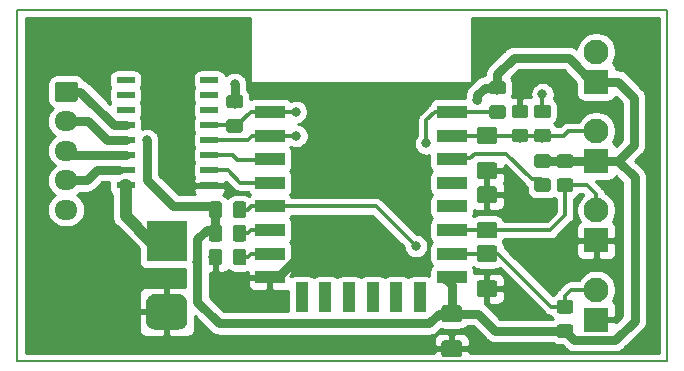
<source format=gbr>
G04 #@! TF.GenerationSoftware,KiCad,Pcbnew,(5.1.0-0)*
G04 #@! TF.CreationDate,2019-04-05T23:49:43+03:00*
G04 #@! TF.ProjectId,curtains-driver,63757274-6169-46e7-932d-647269766572,rev?*
G04 #@! TF.SameCoordinates,Original*
G04 #@! TF.FileFunction,Copper,L2,Bot*
G04 #@! TF.FilePolarity,Positive*
%FSLAX46Y46*%
G04 Gerber Fmt 4.6, Leading zero omitted, Abs format (unit mm)*
G04 Created by KiCad (PCBNEW (5.1.0-0)) date 2019-04-05 23:49:43*
%MOMM*%
%LPD*%
G04 APERTURE LIST*
%ADD10C,0.150000*%
%ADD11C,0.100000*%
%ADD12C,1.150000*%
%ADD13C,1.425000*%
%ADD14C,2.100000*%
%ADD15R,2.100000X2.100000*%
%ADD16O,1.950000X1.700000*%
%ADD17C,1.700000*%
%ADD18R,1.100000X2.500000*%
%ADD19R,2.500000X1.100000*%
%ADD20R,3.500000X3.500000*%
%ADD21C,3.000000*%
%ADD22R,1.500000X0.600000*%
%ADD23C,0.800000*%
%ADD24C,0.300000*%
%ADD25C,0.800000*%
%ADD26C,1.000000*%
%ADD27C,0.254000*%
G04 APERTURE END LIST*
D10*
X134000000Y-63754000D02*
X134000000Y-93500000D01*
X78968600Y-63754000D02*
X78968600Y-93472000D01*
X134000000Y-93500000D02*
X78968600Y-93472000D01*
X78968600Y-63754000D02*
X134000000Y-63754000D01*
D11*
G36*
X97858105Y-70943604D02*
G01*
X97882373Y-70947204D01*
X97906172Y-70953165D01*
X97929271Y-70961430D01*
X97951450Y-70971920D01*
X97972493Y-70984532D01*
X97992199Y-70999147D01*
X98010377Y-71015623D01*
X98026853Y-71033801D01*
X98041468Y-71053507D01*
X98054080Y-71074550D01*
X98064570Y-71096729D01*
X98072835Y-71119828D01*
X98078796Y-71143627D01*
X98082396Y-71167895D01*
X98083600Y-71192399D01*
X98083600Y-71842401D01*
X98082396Y-71866905D01*
X98078796Y-71891173D01*
X98072835Y-71914972D01*
X98064570Y-71938071D01*
X98054080Y-71960250D01*
X98041468Y-71981293D01*
X98026853Y-72000999D01*
X98010377Y-72019177D01*
X97992199Y-72035653D01*
X97972493Y-72050268D01*
X97951450Y-72062880D01*
X97929271Y-72073370D01*
X97906172Y-72081635D01*
X97882373Y-72087596D01*
X97858105Y-72091196D01*
X97833601Y-72092400D01*
X96933599Y-72092400D01*
X96909095Y-72091196D01*
X96884827Y-72087596D01*
X96861028Y-72081635D01*
X96837929Y-72073370D01*
X96815750Y-72062880D01*
X96794707Y-72050268D01*
X96775001Y-72035653D01*
X96756823Y-72019177D01*
X96740347Y-72000999D01*
X96725732Y-71981293D01*
X96713120Y-71960250D01*
X96702630Y-71938071D01*
X96694365Y-71914972D01*
X96688404Y-71891173D01*
X96684804Y-71866905D01*
X96683600Y-71842401D01*
X96683600Y-71192399D01*
X96684804Y-71167895D01*
X96688404Y-71143627D01*
X96694365Y-71119828D01*
X96702630Y-71096729D01*
X96713120Y-71074550D01*
X96725732Y-71053507D01*
X96740347Y-71033801D01*
X96756823Y-71015623D01*
X96775001Y-70999147D01*
X96794707Y-70984532D01*
X96815750Y-70971920D01*
X96837929Y-70961430D01*
X96861028Y-70953165D01*
X96884827Y-70947204D01*
X96909095Y-70943604D01*
X96933599Y-70942400D01*
X97833601Y-70942400D01*
X97858105Y-70943604D01*
X97858105Y-70943604D01*
G37*
D12*
X97383600Y-71517400D03*
D11*
G36*
X97858105Y-72993604D02*
G01*
X97882373Y-72997204D01*
X97906172Y-73003165D01*
X97929271Y-73011430D01*
X97951450Y-73021920D01*
X97972493Y-73034532D01*
X97992199Y-73049147D01*
X98010377Y-73065623D01*
X98026853Y-73083801D01*
X98041468Y-73103507D01*
X98054080Y-73124550D01*
X98064570Y-73146729D01*
X98072835Y-73169828D01*
X98078796Y-73193627D01*
X98082396Y-73217895D01*
X98083600Y-73242399D01*
X98083600Y-73892401D01*
X98082396Y-73916905D01*
X98078796Y-73941173D01*
X98072835Y-73964972D01*
X98064570Y-73988071D01*
X98054080Y-74010250D01*
X98041468Y-74031293D01*
X98026853Y-74050999D01*
X98010377Y-74069177D01*
X97992199Y-74085653D01*
X97972493Y-74100268D01*
X97951450Y-74112880D01*
X97929271Y-74123370D01*
X97906172Y-74131635D01*
X97882373Y-74137596D01*
X97858105Y-74141196D01*
X97833601Y-74142400D01*
X96933599Y-74142400D01*
X96909095Y-74141196D01*
X96884827Y-74137596D01*
X96861028Y-74131635D01*
X96837929Y-74123370D01*
X96815750Y-74112880D01*
X96794707Y-74100268D01*
X96775001Y-74085653D01*
X96756823Y-74069177D01*
X96740347Y-74050999D01*
X96725732Y-74031293D01*
X96713120Y-74010250D01*
X96702630Y-73988071D01*
X96694365Y-73964972D01*
X96688404Y-73941173D01*
X96684804Y-73916905D01*
X96683600Y-73892401D01*
X96683600Y-73242399D01*
X96684804Y-73217895D01*
X96688404Y-73193627D01*
X96694365Y-73169828D01*
X96702630Y-73146729D01*
X96713120Y-73124550D01*
X96725732Y-73103507D01*
X96740347Y-73083801D01*
X96756823Y-73065623D01*
X96775001Y-73049147D01*
X96794707Y-73034532D01*
X96815750Y-73021920D01*
X96837929Y-73011430D01*
X96861028Y-73003165D01*
X96884827Y-72997204D01*
X96909095Y-72993604D01*
X96933599Y-72992400D01*
X97833601Y-72992400D01*
X97858105Y-72993604D01*
X97858105Y-72993604D01*
G37*
D12*
X97383600Y-73567400D03*
D11*
G36*
X119394504Y-73675204D02*
G01*
X119418773Y-73678804D01*
X119442571Y-73684765D01*
X119465671Y-73693030D01*
X119487849Y-73703520D01*
X119508893Y-73716133D01*
X119528598Y-73730747D01*
X119546777Y-73747223D01*
X119563253Y-73765402D01*
X119577867Y-73785107D01*
X119590480Y-73806151D01*
X119600970Y-73828329D01*
X119609235Y-73851429D01*
X119615196Y-73875227D01*
X119618796Y-73899496D01*
X119620000Y-73924000D01*
X119620000Y-74849000D01*
X119618796Y-74873504D01*
X119615196Y-74897773D01*
X119609235Y-74921571D01*
X119600970Y-74944671D01*
X119590480Y-74966849D01*
X119577867Y-74987893D01*
X119563253Y-75007598D01*
X119546777Y-75025777D01*
X119528598Y-75042253D01*
X119508893Y-75056867D01*
X119487849Y-75069480D01*
X119465671Y-75079970D01*
X119442571Y-75088235D01*
X119418773Y-75094196D01*
X119394504Y-75097796D01*
X119370000Y-75099000D01*
X118120000Y-75099000D01*
X118095496Y-75097796D01*
X118071227Y-75094196D01*
X118047429Y-75088235D01*
X118024329Y-75079970D01*
X118002151Y-75069480D01*
X117981107Y-75056867D01*
X117961402Y-75042253D01*
X117943223Y-75025777D01*
X117926747Y-75007598D01*
X117912133Y-74987893D01*
X117899520Y-74966849D01*
X117889030Y-74944671D01*
X117880765Y-74921571D01*
X117874804Y-74897773D01*
X117871204Y-74873504D01*
X117870000Y-74849000D01*
X117870000Y-73924000D01*
X117871204Y-73899496D01*
X117874804Y-73875227D01*
X117880765Y-73851429D01*
X117889030Y-73828329D01*
X117899520Y-73806151D01*
X117912133Y-73785107D01*
X117926747Y-73765402D01*
X117943223Y-73747223D01*
X117961402Y-73730747D01*
X117981107Y-73716133D01*
X118002151Y-73703520D01*
X118024329Y-73693030D01*
X118047429Y-73684765D01*
X118071227Y-73678804D01*
X118095496Y-73675204D01*
X118120000Y-73674000D01*
X119370000Y-73674000D01*
X119394504Y-73675204D01*
X119394504Y-73675204D01*
G37*
D13*
X118745000Y-74386500D03*
D11*
G36*
X119394504Y-76650204D02*
G01*
X119418773Y-76653804D01*
X119442571Y-76659765D01*
X119465671Y-76668030D01*
X119487849Y-76678520D01*
X119508893Y-76691133D01*
X119528598Y-76705747D01*
X119546777Y-76722223D01*
X119563253Y-76740402D01*
X119577867Y-76760107D01*
X119590480Y-76781151D01*
X119600970Y-76803329D01*
X119609235Y-76826429D01*
X119615196Y-76850227D01*
X119618796Y-76874496D01*
X119620000Y-76899000D01*
X119620000Y-77824000D01*
X119618796Y-77848504D01*
X119615196Y-77872773D01*
X119609235Y-77896571D01*
X119600970Y-77919671D01*
X119590480Y-77941849D01*
X119577867Y-77962893D01*
X119563253Y-77982598D01*
X119546777Y-78000777D01*
X119528598Y-78017253D01*
X119508893Y-78031867D01*
X119487849Y-78044480D01*
X119465671Y-78054970D01*
X119442571Y-78063235D01*
X119418773Y-78069196D01*
X119394504Y-78072796D01*
X119370000Y-78074000D01*
X118120000Y-78074000D01*
X118095496Y-78072796D01*
X118071227Y-78069196D01*
X118047429Y-78063235D01*
X118024329Y-78054970D01*
X118002151Y-78044480D01*
X117981107Y-78031867D01*
X117961402Y-78017253D01*
X117943223Y-78000777D01*
X117926747Y-77982598D01*
X117912133Y-77962893D01*
X117899520Y-77941849D01*
X117889030Y-77919671D01*
X117880765Y-77896571D01*
X117874804Y-77872773D01*
X117871204Y-77848504D01*
X117870000Y-77824000D01*
X117870000Y-76899000D01*
X117871204Y-76874496D01*
X117874804Y-76850227D01*
X117880765Y-76826429D01*
X117889030Y-76803329D01*
X117899520Y-76781151D01*
X117912133Y-76760107D01*
X117926747Y-76740402D01*
X117943223Y-76722223D01*
X117961402Y-76705747D01*
X117981107Y-76691133D01*
X118002151Y-76678520D01*
X118024329Y-76668030D01*
X118047429Y-76659765D01*
X118071227Y-76653804D01*
X118095496Y-76650204D01*
X118120000Y-76649000D01*
X119370000Y-76649000D01*
X119394504Y-76650204D01*
X119394504Y-76650204D01*
G37*
D13*
X118745000Y-77361500D03*
D11*
G36*
X116411504Y-88758604D02*
G01*
X116435773Y-88762204D01*
X116459571Y-88768165D01*
X116482671Y-88776430D01*
X116504849Y-88786920D01*
X116525893Y-88799533D01*
X116545598Y-88814147D01*
X116563777Y-88830623D01*
X116580253Y-88848802D01*
X116594867Y-88868507D01*
X116607480Y-88889551D01*
X116617970Y-88911729D01*
X116626235Y-88934829D01*
X116632196Y-88958627D01*
X116635796Y-88982896D01*
X116637000Y-89007400D01*
X116637000Y-89932400D01*
X116635796Y-89956904D01*
X116632196Y-89981173D01*
X116626235Y-90004971D01*
X116617970Y-90028071D01*
X116607480Y-90050249D01*
X116594867Y-90071293D01*
X116580253Y-90090998D01*
X116563777Y-90109177D01*
X116545598Y-90125653D01*
X116525893Y-90140267D01*
X116504849Y-90152880D01*
X116482671Y-90163370D01*
X116459571Y-90171635D01*
X116435773Y-90177596D01*
X116411504Y-90181196D01*
X116387000Y-90182400D01*
X115137000Y-90182400D01*
X115112496Y-90181196D01*
X115088227Y-90177596D01*
X115064429Y-90171635D01*
X115041329Y-90163370D01*
X115019151Y-90152880D01*
X114998107Y-90140267D01*
X114978402Y-90125653D01*
X114960223Y-90109177D01*
X114943747Y-90090998D01*
X114929133Y-90071293D01*
X114916520Y-90050249D01*
X114906030Y-90028071D01*
X114897765Y-90004971D01*
X114891804Y-89981173D01*
X114888204Y-89956904D01*
X114887000Y-89932400D01*
X114887000Y-89007400D01*
X114888204Y-88982896D01*
X114891804Y-88958627D01*
X114897765Y-88934829D01*
X114906030Y-88911729D01*
X114916520Y-88889551D01*
X114929133Y-88868507D01*
X114943747Y-88848802D01*
X114960223Y-88830623D01*
X114978402Y-88814147D01*
X114998107Y-88799533D01*
X115019151Y-88786920D01*
X115041329Y-88776430D01*
X115064429Y-88768165D01*
X115088227Y-88762204D01*
X115112496Y-88758604D01*
X115137000Y-88757400D01*
X116387000Y-88757400D01*
X116411504Y-88758604D01*
X116411504Y-88758604D01*
G37*
D13*
X115762000Y-89469900D03*
D11*
G36*
X116411504Y-91733604D02*
G01*
X116435773Y-91737204D01*
X116459571Y-91743165D01*
X116482671Y-91751430D01*
X116504849Y-91761920D01*
X116525893Y-91774533D01*
X116545598Y-91789147D01*
X116563777Y-91805623D01*
X116580253Y-91823802D01*
X116594867Y-91843507D01*
X116607480Y-91864551D01*
X116617970Y-91886729D01*
X116626235Y-91909829D01*
X116632196Y-91933627D01*
X116635796Y-91957896D01*
X116637000Y-91982400D01*
X116637000Y-92907400D01*
X116635796Y-92931904D01*
X116632196Y-92956173D01*
X116626235Y-92979971D01*
X116617970Y-93003071D01*
X116607480Y-93025249D01*
X116594867Y-93046293D01*
X116580253Y-93065998D01*
X116563777Y-93084177D01*
X116545598Y-93100653D01*
X116525893Y-93115267D01*
X116504849Y-93127880D01*
X116482671Y-93138370D01*
X116459571Y-93146635D01*
X116435773Y-93152596D01*
X116411504Y-93156196D01*
X116387000Y-93157400D01*
X115137000Y-93157400D01*
X115112496Y-93156196D01*
X115088227Y-93152596D01*
X115064429Y-93146635D01*
X115041329Y-93138370D01*
X115019151Y-93127880D01*
X114998107Y-93115267D01*
X114978402Y-93100653D01*
X114960223Y-93084177D01*
X114943747Y-93065998D01*
X114929133Y-93046293D01*
X114916520Y-93025249D01*
X114906030Y-93003071D01*
X114897765Y-92979971D01*
X114891804Y-92956173D01*
X114888204Y-92931904D01*
X114887000Y-92907400D01*
X114887000Y-91982400D01*
X114888204Y-91957896D01*
X114891804Y-91933627D01*
X114897765Y-91909829D01*
X114906030Y-91886729D01*
X114916520Y-91864551D01*
X114929133Y-91843507D01*
X114943747Y-91823802D01*
X114960223Y-91805623D01*
X114978402Y-91789147D01*
X114998107Y-91774533D01*
X115019151Y-91761920D01*
X115041329Y-91751430D01*
X115064429Y-91743165D01*
X115088227Y-91737204D01*
X115112496Y-91733604D01*
X115137000Y-91732400D01*
X116387000Y-91732400D01*
X116411504Y-91733604D01*
X116411504Y-91733604D01*
G37*
D13*
X115762000Y-92444900D03*
D11*
G36*
X96098505Y-79971604D02*
G01*
X96122773Y-79975204D01*
X96146572Y-79981165D01*
X96169671Y-79989430D01*
X96191850Y-79999920D01*
X96212893Y-80012532D01*
X96232599Y-80027147D01*
X96250777Y-80043623D01*
X96267253Y-80061801D01*
X96281868Y-80081507D01*
X96294480Y-80102550D01*
X96304970Y-80124729D01*
X96313235Y-80147828D01*
X96319196Y-80171627D01*
X96322796Y-80195895D01*
X96324000Y-80220399D01*
X96324000Y-81120401D01*
X96322796Y-81144905D01*
X96319196Y-81169173D01*
X96313235Y-81192972D01*
X96304970Y-81216071D01*
X96294480Y-81238250D01*
X96281868Y-81259293D01*
X96267253Y-81278999D01*
X96250777Y-81297177D01*
X96232599Y-81313653D01*
X96212893Y-81328268D01*
X96191850Y-81340880D01*
X96169671Y-81351370D01*
X96146572Y-81359635D01*
X96122773Y-81365596D01*
X96098505Y-81369196D01*
X96074001Y-81370400D01*
X95423999Y-81370400D01*
X95399495Y-81369196D01*
X95375227Y-81365596D01*
X95351428Y-81359635D01*
X95328329Y-81351370D01*
X95306150Y-81340880D01*
X95285107Y-81328268D01*
X95265401Y-81313653D01*
X95247223Y-81297177D01*
X95230747Y-81278999D01*
X95216132Y-81259293D01*
X95203520Y-81238250D01*
X95193030Y-81216071D01*
X95184765Y-81192972D01*
X95178804Y-81169173D01*
X95175204Y-81144905D01*
X95174000Y-81120401D01*
X95174000Y-80220399D01*
X95175204Y-80195895D01*
X95178804Y-80171627D01*
X95184765Y-80147828D01*
X95193030Y-80124729D01*
X95203520Y-80102550D01*
X95216132Y-80081507D01*
X95230747Y-80061801D01*
X95247223Y-80043623D01*
X95265401Y-80027147D01*
X95285107Y-80012532D01*
X95306150Y-79999920D01*
X95328329Y-79989430D01*
X95351428Y-79981165D01*
X95375227Y-79975204D01*
X95399495Y-79971604D01*
X95423999Y-79970400D01*
X96074001Y-79970400D01*
X96098505Y-79971604D01*
X96098505Y-79971604D01*
G37*
D12*
X95749000Y-80670400D03*
D11*
G36*
X98148505Y-79971604D02*
G01*
X98172773Y-79975204D01*
X98196572Y-79981165D01*
X98219671Y-79989430D01*
X98241850Y-79999920D01*
X98262893Y-80012532D01*
X98282599Y-80027147D01*
X98300777Y-80043623D01*
X98317253Y-80061801D01*
X98331868Y-80081507D01*
X98344480Y-80102550D01*
X98354970Y-80124729D01*
X98363235Y-80147828D01*
X98369196Y-80171627D01*
X98372796Y-80195895D01*
X98374000Y-80220399D01*
X98374000Y-81120401D01*
X98372796Y-81144905D01*
X98369196Y-81169173D01*
X98363235Y-81192972D01*
X98354970Y-81216071D01*
X98344480Y-81238250D01*
X98331868Y-81259293D01*
X98317253Y-81278999D01*
X98300777Y-81297177D01*
X98282599Y-81313653D01*
X98262893Y-81328268D01*
X98241850Y-81340880D01*
X98219671Y-81351370D01*
X98196572Y-81359635D01*
X98172773Y-81365596D01*
X98148505Y-81369196D01*
X98124001Y-81370400D01*
X97473999Y-81370400D01*
X97449495Y-81369196D01*
X97425227Y-81365596D01*
X97401428Y-81359635D01*
X97378329Y-81351370D01*
X97356150Y-81340880D01*
X97335107Y-81328268D01*
X97315401Y-81313653D01*
X97297223Y-81297177D01*
X97280747Y-81278999D01*
X97266132Y-81259293D01*
X97253520Y-81238250D01*
X97243030Y-81216071D01*
X97234765Y-81192972D01*
X97228804Y-81169173D01*
X97225204Y-81144905D01*
X97224000Y-81120401D01*
X97224000Y-80220399D01*
X97225204Y-80195895D01*
X97228804Y-80171627D01*
X97234765Y-80147828D01*
X97243030Y-80124729D01*
X97253520Y-80102550D01*
X97266132Y-80081507D01*
X97280747Y-80061801D01*
X97297223Y-80043623D01*
X97315401Y-80027147D01*
X97335107Y-80012532D01*
X97356150Y-79999920D01*
X97378329Y-79989430D01*
X97401428Y-79981165D01*
X97425227Y-79975204D01*
X97449495Y-79971604D01*
X97473999Y-79970400D01*
X98124001Y-79970400D01*
X98148505Y-79971604D01*
X98148505Y-79971604D01*
G37*
D12*
X97799000Y-80670400D03*
D11*
G36*
X98148505Y-81970604D02*
G01*
X98172773Y-81974204D01*
X98196572Y-81980165D01*
X98219671Y-81988430D01*
X98241850Y-81998920D01*
X98262893Y-82011532D01*
X98282599Y-82026147D01*
X98300777Y-82042623D01*
X98317253Y-82060801D01*
X98331868Y-82080507D01*
X98344480Y-82101550D01*
X98354970Y-82123729D01*
X98363235Y-82146828D01*
X98369196Y-82170627D01*
X98372796Y-82194895D01*
X98374000Y-82219399D01*
X98374000Y-83119401D01*
X98372796Y-83143905D01*
X98369196Y-83168173D01*
X98363235Y-83191972D01*
X98354970Y-83215071D01*
X98344480Y-83237250D01*
X98331868Y-83258293D01*
X98317253Y-83277999D01*
X98300777Y-83296177D01*
X98282599Y-83312653D01*
X98262893Y-83327268D01*
X98241850Y-83339880D01*
X98219671Y-83350370D01*
X98196572Y-83358635D01*
X98172773Y-83364596D01*
X98148505Y-83368196D01*
X98124001Y-83369400D01*
X97473999Y-83369400D01*
X97449495Y-83368196D01*
X97425227Y-83364596D01*
X97401428Y-83358635D01*
X97378329Y-83350370D01*
X97356150Y-83339880D01*
X97335107Y-83327268D01*
X97315401Y-83312653D01*
X97297223Y-83296177D01*
X97280747Y-83277999D01*
X97266132Y-83258293D01*
X97253520Y-83237250D01*
X97243030Y-83215071D01*
X97234765Y-83191972D01*
X97228804Y-83168173D01*
X97225204Y-83143905D01*
X97224000Y-83119401D01*
X97224000Y-82219399D01*
X97225204Y-82194895D01*
X97228804Y-82170627D01*
X97234765Y-82146828D01*
X97243030Y-82123729D01*
X97253520Y-82101550D01*
X97266132Y-82080507D01*
X97280747Y-82060801D01*
X97297223Y-82042623D01*
X97315401Y-82026147D01*
X97335107Y-82011532D01*
X97356150Y-81998920D01*
X97378329Y-81988430D01*
X97401428Y-81980165D01*
X97425227Y-81974204D01*
X97449495Y-81970604D01*
X97473999Y-81969400D01*
X98124001Y-81969400D01*
X98148505Y-81970604D01*
X98148505Y-81970604D01*
G37*
D12*
X97799000Y-82669400D03*
D11*
G36*
X96098505Y-81970604D02*
G01*
X96122773Y-81974204D01*
X96146572Y-81980165D01*
X96169671Y-81988430D01*
X96191850Y-81998920D01*
X96212893Y-82011532D01*
X96232599Y-82026147D01*
X96250777Y-82042623D01*
X96267253Y-82060801D01*
X96281868Y-82080507D01*
X96294480Y-82101550D01*
X96304970Y-82123729D01*
X96313235Y-82146828D01*
X96319196Y-82170627D01*
X96322796Y-82194895D01*
X96324000Y-82219399D01*
X96324000Y-83119401D01*
X96322796Y-83143905D01*
X96319196Y-83168173D01*
X96313235Y-83191972D01*
X96304970Y-83215071D01*
X96294480Y-83237250D01*
X96281868Y-83258293D01*
X96267253Y-83277999D01*
X96250777Y-83296177D01*
X96232599Y-83312653D01*
X96212893Y-83327268D01*
X96191850Y-83339880D01*
X96169671Y-83350370D01*
X96146572Y-83358635D01*
X96122773Y-83364596D01*
X96098505Y-83368196D01*
X96074001Y-83369400D01*
X95423999Y-83369400D01*
X95399495Y-83368196D01*
X95375227Y-83364596D01*
X95351428Y-83358635D01*
X95328329Y-83350370D01*
X95306150Y-83339880D01*
X95285107Y-83327268D01*
X95265401Y-83312653D01*
X95247223Y-83296177D01*
X95230747Y-83277999D01*
X95216132Y-83258293D01*
X95203520Y-83237250D01*
X95193030Y-83215071D01*
X95184765Y-83191972D01*
X95178804Y-83168173D01*
X95175204Y-83143905D01*
X95174000Y-83119401D01*
X95174000Y-82219399D01*
X95175204Y-82194895D01*
X95178804Y-82170627D01*
X95184765Y-82146828D01*
X95193030Y-82123729D01*
X95203520Y-82101550D01*
X95216132Y-82080507D01*
X95230747Y-82060801D01*
X95247223Y-82042623D01*
X95265401Y-82026147D01*
X95285107Y-82011532D01*
X95306150Y-81998920D01*
X95328329Y-81988430D01*
X95351428Y-81980165D01*
X95375227Y-81974204D01*
X95399495Y-81970604D01*
X95423999Y-81969400D01*
X96074001Y-81969400D01*
X96098505Y-81970604D01*
X96098505Y-81970604D01*
G37*
D12*
X95749000Y-82669400D03*
D11*
G36*
X96098505Y-83970604D02*
G01*
X96122773Y-83974204D01*
X96146572Y-83980165D01*
X96169671Y-83988430D01*
X96191850Y-83998920D01*
X96212893Y-84011532D01*
X96232599Y-84026147D01*
X96250777Y-84042623D01*
X96267253Y-84060801D01*
X96281868Y-84080507D01*
X96294480Y-84101550D01*
X96304970Y-84123729D01*
X96313235Y-84146828D01*
X96319196Y-84170627D01*
X96322796Y-84194895D01*
X96324000Y-84219399D01*
X96324000Y-85119401D01*
X96322796Y-85143905D01*
X96319196Y-85168173D01*
X96313235Y-85191972D01*
X96304970Y-85215071D01*
X96294480Y-85237250D01*
X96281868Y-85258293D01*
X96267253Y-85277999D01*
X96250777Y-85296177D01*
X96232599Y-85312653D01*
X96212893Y-85327268D01*
X96191850Y-85339880D01*
X96169671Y-85350370D01*
X96146572Y-85358635D01*
X96122773Y-85364596D01*
X96098505Y-85368196D01*
X96074001Y-85369400D01*
X95423999Y-85369400D01*
X95399495Y-85368196D01*
X95375227Y-85364596D01*
X95351428Y-85358635D01*
X95328329Y-85350370D01*
X95306150Y-85339880D01*
X95285107Y-85327268D01*
X95265401Y-85312653D01*
X95247223Y-85296177D01*
X95230747Y-85277999D01*
X95216132Y-85258293D01*
X95203520Y-85237250D01*
X95193030Y-85215071D01*
X95184765Y-85191972D01*
X95178804Y-85168173D01*
X95175204Y-85143905D01*
X95174000Y-85119401D01*
X95174000Y-84219399D01*
X95175204Y-84194895D01*
X95178804Y-84170627D01*
X95184765Y-84146828D01*
X95193030Y-84123729D01*
X95203520Y-84101550D01*
X95216132Y-84080507D01*
X95230747Y-84060801D01*
X95247223Y-84042623D01*
X95265401Y-84026147D01*
X95285107Y-84011532D01*
X95306150Y-83998920D01*
X95328329Y-83988430D01*
X95351428Y-83980165D01*
X95375227Y-83974204D01*
X95399495Y-83970604D01*
X95423999Y-83969400D01*
X96074001Y-83969400D01*
X96098505Y-83970604D01*
X96098505Y-83970604D01*
G37*
D12*
X95749000Y-84669400D03*
D11*
G36*
X98148505Y-83970604D02*
G01*
X98172773Y-83974204D01*
X98196572Y-83980165D01*
X98219671Y-83988430D01*
X98241850Y-83998920D01*
X98262893Y-84011532D01*
X98282599Y-84026147D01*
X98300777Y-84042623D01*
X98317253Y-84060801D01*
X98331868Y-84080507D01*
X98344480Y-84101550D01*
X98354970Y-84123729D01*
X98363235Y-84146828D01*
X98369196Y-84170627D01*
X98372796Y-84194895D01*
X98374000Y-84219399D01*
X98374000Y-85119401D01*
X98372796Y-85143905D01*
X98369196Y-85168173D01*
X98363235Y-85191972D01*
X98354970Y-85215071D01*
X98344480Y-85237250D01*
X98331868Y-85258293D01*
X98317253Y-85277999D01*
X98300777Y-85296177D01*
X98282599Y-85312653D01*
X98262893Y-85327268D01*
X98241850Y-85339880D01*
X98219671Y-85350370D01*
X98196572Y-85358635D01*
X98172773Y-85364596D01*
X98148505Y-85368196D01*
X98124001Y-85369400D01*
X97473999Y-85369400D01*
X97449495Y-85368196D01*
X97425227Y-85364596D01*
X97401428Y-85358635D01*
X97378329Y-85350370D01*
X97356150Y-85339880D01*
X97335107Y-85327268D01*
X97315401Y-85312653D01*
X97297223Y-85296177D01*
X97280747Y-85277999D01*
X97266132Y-85258293D01*
X97253520Y-85237250D01*
X97243030Y-85215071D01*
X97234765Y-85191972D01*
X97228804Y-85168173D01*
X97225204Y-85143905D01*
X97224000Y-85119401D01*
X97224000Y-84219399D01*
X97225204Y-84194895D01*
X97228804Y-84170627D01*
X97234765Y-84146828D01*
X97243030Y-84123729D01*
X97253520Y-84101550D01*
X97266132Y-84080507D01*
X97280747Y-84060801D01*
X97297223Y-84042623D01*
X97315401Y-84026147D01*
X97335107Y-84011532D01*
X97356150Y-83998920D01*
X97378329Y-83988430D01*
X97401428Y-83980165D01*
X97425227Y-83974204D01*
X97449495Y-83970604D01*
X97473999Y-83969400D01*
X98124001Y-83969400D01*
X98148505Y-83970604D01*
X98148505Y-83970604D01*
G37*
D12*
X97799000Y-84669400D03*
D11*
G36*
X125823505Y-90367204D02*
G01*
X125847773Y-90370804D01*
X125871572Y-90376765D01*
X125894671Y-90385030D01*
X125916850Y-90395520D01*
X125937893Y-90408132D01*
X125957599Y-90422747D01*
X125975777Y-90439223D01*
X125992253Y-90457401D01*
X126006868Y-90477107D01*
X126019480Y-90498150D01*
X126029970Y-90520329D01*
X126038235Y-90543428D01*
X126044196Y-90567227D01*
X126047796Y-90591495D01*
X126049000Y-90615999D01*
X126049000Y-91266001D01*
X126047796Y-91290505D01*
X126044196Y-91314773D01*
X126038235Y-91338572D01*
X126029970Y-91361671D01*
X126019480Y-91383850D01*
X126006868Y-91404893D01*
X125992253Y-91424599D01*
X125975777Y-91442777D01*
X125957599Y-91459253D01*
X125937893Y-91473868D01*
X125916850Y-91486480D01*
X125894671Y-91496970D01*
X125871572Y-91505235D01*
X125847773Y-91511196D01*
X125823505Y-91514796D01*
X125799001Y-91516000D01*
X124898999Y-91516000D01*
X124874495Y-91514796D01*
X124850227Y-91511196D01*
X124826428Y-91505235D01*
X124803329Y-91496970D01*
X124781150Y-91486480D01*
X124760107Y-91473868D01*
X124740401Y-91459253D01*
X124722223Y-91442777D01*
X124705747Y-91424599D01*
X124691132Y-91404893D01*
X124678520Y-91383850D01*
X124668030Y-91361671D01*
X124659765Y-91338572D01*
X124653804Y-91314773D01*
X124650204Y-91290505D01*
X124649000Y-91266001D01*
X124649000Y-90615999D01*
X124650204Y-90591495D01*
X124653804Y-90567227D01*
X124659765Y-90543428D01*
X124668030Y-90520329D01*
X124678520Y-90498150D01*
X124691132Y-90477107D01*
X124705747Y-90457401D01*
X124722223Y-90439223D01*
X124740401Y-90422747D01*
X124760107Y-90408132D01*
X124781150Y-90395520D01*
X124803329Y-90385030D01*
X124826428Y-90376765D01*
X124850227Y-90370804D01*
X124874495Y-90367204D01*
X124898999Y-90366000D01*
X125799001Y-90366000D01*
X125823505Y-90367204D01*
X125823505Y-90367204D01*
G37*
D12*
X125349000Y-90941000D03*
D11*
G36*
X125823505Y-88317204D02*
G01*
X125847773Y-88320804D01*
X125871572Y-88326765D01*
X125894671Y-88335030D01*
X125916850Y-88345520D01*
X125937893Y-88358132D01*
X125957599Y-88372747D01*
X125975777Y-88389223D01*
X125992253Y-88407401D01*
X126006868Y-88427107D01*
X126019480Y-88448150D01*
X126029970Y-88470329D01*
X126038235Y-88493428D01*
X126044196Y-88517227D01*
X126047796Y-88541495D01*
X126049000Y-88565999D01*
X126049000Y-89216001D01*
X126047796Y-89240505D01*
X126044196Y-89264773D01*
X126038235Y-89288572D01*
X126029970Y-89311671D01*
X126019480Y-89333850D01*
X126006868Y-89354893D01*
X125992253Y-89374599D01*
X125975777Y-89392777D01*
X125957599Y-89409253D01*
X125937893Y-89423868D01*
X125916850Y-89436480D01*
X125894671Y-89446970D01*
X125871572Y-89455235D01*
X125847773Y-89461196D01*
X125823505Y-89464796D01*
X125799001Y-89466000D01*
X124898999Y-89466000D01*
X124874495Y-89464796D01*
X124850227Y-89461196D01*
X124826428Y-89455235D01*
X124803329Y-89446970D01*
X124781150Y-89436480D01*
X124760107Y-89423868D01*
X124740401Y-89409253D01*
X124722223Y-89392777D01*
X124705747Y-89374599D01*
X124691132Y-89354893D01*
X124678520Y-89333850D01*
X124668030Y-89311671D01*
X124659765Y-89288572D01*
X124653804Y-89264773D01*
X124650204Y-89240505D01*
X124649000Y-89216001D01*
X124649000Y-88565999D01*
X124650204Y-88541495D01*
X124653804Y-88517227D01*
X124659765Y-88493428D01*
X124668030Y-88470329D01*
X124678520Y-88448150D01*
X124691132Y-88427107D01*
X124705747Y-88407401D01*
X124722223Y-88389223D01*
X124740401Y-88372747D01*
X124760107Y-88358132D01*
X124781150Y-88345520D01*
X124803329Y-88335030D01*
X124826428Y-88326765D01*
X124850227Y-88320804D01*
X124874495Y-88317204D01*
X124898999Y-88316000D01*
X125799001Y-88316000D01*
X125823505Y-88317204D01*
X125823505Y-88317204D01*
G37*
D12*
X125349000Y-88891000D03*
D11*
G36*
X125823505Y-78014870D02*
G01*
X125847773Y-78018470D01*
X125871572Y-78024431D01*
X125894671Y-78032696D01*
X125916850Y-78043186D01*
X125937893Y-78055798D01*
X125957599Y-78070413D01*
X125975777Y-78086889D01*
X125992253Y-78105067D01*
X126006868Y-78124773D01*
X126019480Y-78145816D01*
X126029970Y-78167995D01*
X126038235Y-78191094D01*
X126044196Y-78214893D01*
X126047796Y-78239161D01*
X126049000Y-78263665D01*
X126049000Y-78913667D01*
X126047796Y-78938171D01*
X126044196Y-78962439D01*
X126038235Y-78986238D01*
X126029970Y-79009337D01*
X126019480Y-79031516D01*
X126006868Y-79052559D01*
X125992253Y-79072265D01*
X125975777Y-79090443D01*
X125957599Y-79106919D01*
X125937893Y-79121534D01*
X125916850Y-79134146D01*
X125894671Y-79144636D01*
X125871572Y-79152901D01*
X125847773Y-79158862D01*
X125823505Y-79162462D01*
X125799001Y-79163666D01*
X124898999Y-79163666D01*
X124874495Y-79162462D01*
X124850227Y-79158862D01*
X124826428Y-79152901D01*
X124803329Y-79144636D01*
X124781150Y-79134146D01*
X124760107Y-79121534D01*
X124740401Y-79106919D01*
X124722223Y-79090443D01*
X124705747Y-79072265D01*
X124691132Y-79052559D01*
X124678520Y-79031516D01*
X124668030Y-79009337D01*
X124659765Y-78986238D01*
X124653804Y-78962439D01*
X124650204Y-78938171D01*
X124649000Y-78913667D01*
X124649000Y-78263665D01*
X124650204Y-78239161D01*
X124653804Y-78214893D01*
X124659765Y-78191094D01*
X124668030Y-78167995D01*
X124678520Y-78145816D01*
X124691132Y-78124773D01*
X124705747Y-78105067D01*
X124722223Y-78086889D01*
X124740401Y-78070413D01*
X124760107Y-78055798D01*
X124781150Y-78043186D01*
X124803329Y-78032696D01*
X124826428Y-78024431D01*
X124850227Y-78018470D01*
X124874495Y-78014870D01*
X124898999Y-78013666D01*
X125799001Y-78013666D01*
X125823505Y-78014870D01*
X125823505Y-78014870D01*
G37*
D12*
X125349000Y-78588666D03*
D11*
G36*
X125823505Y-75964870D02*
G01*
X125847773Y-75968470D01*
X125871572Y-75974431D01*
X125894671Y-75982696D01*
X125916850Y-75993186D01*
X125937893Y-76005798D01*
X125957599Y-76020413D01*
X125975777Y-76036889D01*
X125992253Y-76055067D01*
X126006868Y-76074773D01*
X126019480Y-76095816D01*
X126029970Y-76117995D01*
X126038235Y-76141094D01*
X126044196Y-76164893D01*
X126047796Y-76189161D01*
X126049000Y-76213665D01*
X126049000Y-76863667D01*
X126047796Y-76888171D01*
X126044196Y-76912439D01*
X126038235Y-76936238D01*
X126029970Y-76959337D01*
X126019480Y-76981516D01*
X126006868Y-77002559D01*
X125992253Y-77022265D01*
X125975777Y-77040443D01*
X125957599Y-77056919D01*
X125937893Y-77071534D01*
X125916850Y-77084146D01*
X125894671Y-77094636D01*
X125871572Y-77102901D01*
X125847773Y-77108862D01*
X125823505Y-77112462D01*
X125799001Y-77113666D01*
X124898999Y-77113666D01*
X124874495Y-77112462D01*
X124850227Y-77108862D01*
X124826428Y-77102901D01*
X124803329Y-77094636D01*
X124781150Y-77084146D01*
X124760107Y-77071534D01*
X124740401Y-77056919D01*
X124722223Y-77040443D01*
X124705747Y-77022265D01*
X124691132Y-77002559D01*
X124678520Y-76981516D01*
X124668030Y-76959337D01*
X124659765Y-76936238D01*
X124653804Y-76912439D01*
X124650204Y-76888171D01*
X124649000Y-76863667D01*
X124649000Y-76213665D01*
X124650204Y-76189161D01*
X124653804Y-76164893D01*
X124659765Y-76141094D01*
X124668030Y-76117995D01*
X124678520Y-76095816D01*
X124691132Y-76074773D01*
X124705747Y-76055067D01*
X124722223Y-76036889D01*
X124740401Y-76020413D01*
X124760107Y-76005798D01*
X124781150Y-75993186D01*
X124803329Y-75982696D01*
X124826428Y-75974431D01*
X124850227Y-75968470D01*
X124874495Y-75964870D01*
X124898999Y-75963666D01*
X125799001Y-75963666D01*
X125823505Y-75964870D01*
X125823505Y-75964870D01*
G37*
D12*
X125349000Y-76538666D03*
D11*
G36*
X123918505Y-75964870D02*
G01*
X123942773Y-75968470D01*
X123966572Y-75974431D01*
X123989671Y-75982696D01*
X124011850Y-75993186D01*
X124032893Y-76005798D01*
X124052599Y-76020413D01*
X124070777Y-76036889D01*
X124087253Y-76055067D01*
X124101868Y-76074773D01*
X124114480Y-76095816D01*
X124124970Y-76117995D01*
X124133235Y-76141094D01*
X124139196Y-76164893D01*
X124142796Y-76189161D01*
X124144000Y-76213665D01*
X124144000Y-76863667D01*
X124142796Y-76888171D01*
X124139196Y-76912439D01*
X124133235Y-76936238D01*
X124124970Y-76959337D01*
X124114480Y-76981516D01*
X124101868Y-77002559D01*
X124087253Y-77022265D01*
X124070777Y-77040443D01*
X124052599Y-77056919D01*
X124032893Y-77071534D01*
X124011850Y-77084146D01*
X123989671Y-77094636D01*
X123966572Y-77102901D01*
X123942773Y-77108862D01*
X123918505Y-77112462D01*
X123894001Y-77113666D01*
X122993999Y-77113666D01*
X122969495Y-77112462D01*
X122945227Y-77108862D01*
X122921428Y-77102901D01*
X122898329Y-77094636D01*
X122876150Y-77084146D01*
X122855107Y-77071534D01*
X122835401Y-77056919D01*
X122817223Y-77040443D01*
X122800747Y-77022265D01*
X122786132Y-77002559D01*
X122773520Y-76981516D01*
X122763030Y-76959337D01*
X122754765Y-76936238D01*
X122748804Y-76912439D01*
X122745204Y-76888171D01*
X122744000Y-76863667D01*
X122744000Y-76213665D01*
X122745204Y-76189161D01*
X122748804Y-76164893D01*
X122754765Y-76141094D01*
X122763030Y-76117995D01*
X122773520Y-76095816D01*
X122786132Y-76074773D01*
X122800747Y-76055067D01*
X122817223Y-76036889D01*
X122835401Y-76020413D01*
X122855107Y-76005798D01*
X122876150Y-75993186D01*
X122898329Y-75982696D01*
X122921428Y-75974431D01*
X122945227Y-75968470D01*
X122969495Y-75964870D01*
X122993999Y-75963666D01*
X123894001Y-75963666D01*
X123918505Y-75964870D01*
X123918505Y-75964870D01*
G37*
D12*
X123444000Y-76538666D03*
D11*
G36*
X123918505Y-78014870D02*
G01*
X123942773Y-78018470D01*
X123966572Y-78024431D01*
X123989671Y-78032696D01*
X124011850Y-78043186D01*
X124032893Y-78055798D01*
X124052599Y-78070413D01*
X124070777Y-78086889D01*
X124087253Y-78105067D01*
X124101868Y-78124773D01*
X124114480Y-78145816D01*
X124124970Y-78167995D01*
X124133235Y-78191094D01*
X124139196Y-78214893D01*
X124142796Y-78239161D01*
X124144000Y-78263665D01*
X124144000Y-78913667D01*
X124142796Y-78938171D01*
X124139196Y-78962439D01*
X124133235Y-78986238D01*
X124124970Y-79009337D01*
X124114480Y-79031516D01*
X124101868Y-79052559D01*
X124087253Y-79072265D01*
X124070777Y-79090443D01*
X124052599Y-79106919D01*
X124032893Y-79121534D01*
X124011850Y-79134146D01*
X123989671Y-79144636D01*
X123966572Y-79152901D01*
X123942773Y-79158862D01*
X123918505Y-79162462D01*
X123894001Y-79163666D01*
X122993999Y-79163666D01*
X122969495Y-79162462D01*
X122945227Y-79158862D01*
X122921428Y-79152901D01*
X122898329Y-79144636D01*
X122876150Y-79134146D01*
X122855107Y-79121534D01*
X122835401Y-79106919D01*
X122817223Y-79090443D01*
X122800747Y-79072265D01*
X122786132Y-79052559D01*
X122773520Y-79031516D01*
X122763030Y-79009337D01*
X122754765Y-78986238D01*
X122748804Y-78962439D01*
X122745204Y-78938171D01*
X122744000Y-78913667D01*
X122744000Y-78263665D01*
X122745204Y-78239161D01*
X122748804Y-78214893D01*
X122754765Y-78191094D01*
X122763030Y-78167995D01*
X122773520Y-78145816D01*
X122786132Y-78124773D01*
X122800747Y-78105067D01*
X122817223Y-78086889D01*
X122835401Y-78070413D01*
X122855107Y-78055798D01*
X122876150Y-78043186D01*
X122898329Y-78032696D01*
X122921428Y-78024431D01*
X122945227Y-78018470D01*
X122969495Y-78014870D01*
X122993999Y-78013666D01*
X123894001Y-78013666D01*
X123918505Y-78014870D01*
X123918505Y-78014870D01*
G37*
D12*
X123444000Y-78588666D03*
D11*
G36*
X120108505Y-71812704D02*
G01*
X120132773Y-71816304D01*
X120156572Y-71822265D01*
X120179671Y-71830530D01*
X120201850Y-71841020D01*
X120222893Y-71853632D01*
X120242599Y-71868247D01*
X120260777Y-71884723D01*
X120277253Y-71902901D01*
X120291868Y-71922607D01*
X120304480Y-71943650D01*
X120314970Y-71965829D01*
X120323235Y-71988928D01*
X120329196Y-72012727D01*
X120332796Y-72036995D01*
X120334000Y-72061499D01*
X120334000Y-72711501D01*
X120332796Y-72736005D01*
X120329196Y-72760273D01*
X120323235Y-72784072D01*
X120314970Y-72807171D01*
X120304480Y-72829350D01*
X120291868Y-72850393D01*
X120277253Y-72870099D01*
X120260777Y-72888277D01*
X120242599Y-72904753D01*
X120222893Y-72919368D01*
X120201850Y-72931980D01*
X120179671Y-72942470D01*
X120156572Y-72950735D01*
X120132773Y-72956696D01*
X120108505Y-72960296D01*
X120084001Y-72961500D01*
X119183999Y-72961500D01*
X119159495Y-72960296D01*
X119135227Y-72956696D01*
X119111428Y-72950735D01*
X119088329Y-72942470D01*
X119066150Y-72931980D01*
X119045107Y-72919368D01*
X119025401Y-72904753D01*
X119007223Y-72888277D01*
X118990747Y-72870099D01*
X118976132Y-72850393D01*
X118963520Y-72829350D01*
X118953030Y-72807171D01*
X118944765Y-72784072D01*
X118938804Y-72760273D01*
X118935204Y-72736005D01*
X118934000Y-72711501D01*
X118934000Y-72061499D01*
X118935204Y-72036995D01*
X118938804Y-72012727D01*
X118944765Y-71988928D01*
X118953030Y-71965829D01*
X118963520Y-71943650D01*
X118976132Y-71922607D01*
X118990747Y-71902901D01*
X119007223Y-71884723D01*
X119025401Y-71868247D01*
X119045107Y-71853632D01*
X119066150Y-71841020D01*
X119088329Y-71830530D01*
X119111428Y-71822265D01*
X119135227Y-71816304D01*
X119159495Y-71812704D01*
X119183999Y-71811500D01*
X120084001Y-71811500D01*
X120108505Y-71812704D01*
X120108505Y-71812704D01*
G37*
D12*
X119634000Y-72386500D03*
D11*
G36*
X120108505Y-69762704D02*
G01*
X120132773Y-69766304D01*
X120156572Y-69772265D01*
X120179671Y-69780530D01*
X120201850Y-69791020D01*
X120222893Y-69803632D01*
X120242599Y-69818247D01*
X120260777Y-69834723D01*
X120277253Y-69852901D01*
X120291868Y-69872607D01*
X120304480Y-69893650D01*
X120314970Y-69915829D01*
X120323235Y-69938928D01*
X120329196Y-69962727D01*
X120332796Y-69986995D01*
X120334000Y-70011499D01*
X120334000Y-70661501D01*
X120332796Y-70686005D01*
X120329196Y-70710273D01*
X120323235Y-70734072D01*
X120314970Y-70757171D01*
X120304480Y-70779350D01*
X120291868Y-70800393D01*
X120277253Y-70820099D01*
X120260777Y-70838277D01*
X120242599Y-70854753D01*
X120222893Y-70869368D01*
X120201850Y-70881980D01*
X120179671Y-70892470D01*
X120156572Y-70900735D01*
X120132773Y-70906696D01*
X120108505Y-70910296D01*
X120084001Y-70911500D01*
X119183999Y-70911500D01*
X119159495Y-70910296D01*
X119135227Y-70906696D01*
X119111428Y-70900735D01*
X119088329Y-70892470D01*
X119066150Y-70881980D01*
X119045107Y-70869368D01*
X119025401Y-70854753D01*
X119007223Y-70838277D01*
X118990747Y-70820099D01*
X118976132Y-70800393D01*
X118963520Y-70779350D01*
X118953030Y-70757171D01*
X118944765Y-70734072D01*
X118938804Y-70710273D01*
X118935204Y-70686005D01*
X118934000Y-70661501D01*
X118934000Y-70011499D01*
X118935204Y-69986995D01*
X118938804Y-69962727D01*
X118944765Y-69938928D01*
X118953030Y-69915829D01*
X118963520Y-69893650D01*
X118976132Y-69872607D01*
X118990747Y-69852901D01*
X119007223Y-69834723D01*
X119025401Y-69818247D01*
X119045107Y-69803632D01*
X119066150Y-69791020D01*
X119088329Y-69780530D01*
X119111428Y-69772265D01*
X119135227Y-69766304D01*
X119159495Y-69762704D01*
X119183999Y-69761500D01*
X120084001Y-69761500D01*
X120108505Y-69762704D01*
X120108505Y-69762704D01*
G37*
D12*
X119634000Y-70336500D03*
D11*
G36*
X122013505Y-71762704D02*
G01*
X122037773Y-71766304D01*
X122061572Y-71772265D01*
X122084671Y-71780530D01*
X122106850Y-71791020D01*
X122127893Y-71803632D01*
X122147599Y-71818247D01*
X122165777Y-71834723D01*
X122182253Y-71852901D01*
X122196868Y-71872607D01*
X122209480Y-71893650D01*
X122219970Y-71915829D01*
X122228235Y-71938928D01*
X122234196Y-71962727D01*
X122237796Y-71986995D01*
X122239000Y-72011499D01*
X122239000Y-72661501D01*
X122237796Y-72686005D01*
X122234196Y-72710273D01*
X122228235Y-72734072D01*
X122219970Y-72757171D01*
X122209480Y-72779350D01*
X122196868Y-72800393D01*
X122182253Y-72820099D01*
X122165777Y-72838277D01*
X122147599Y-72854753D01*
X122127893Y-72869368D01*
X122106850Y-72881980D01*
X122084671Y-72892470D01*
X122061572Y-72900735D01*
X122037773Y-72906696D01*
X122013505Y-72910296D01*
X121989001Y-72911500D01*
X121088999Y-72911500D01*
X121064495Y-72910296D01*
X121040227Y-72906696D01*
X121016428Y-72900735D01*
X120993329Y-72892470D01*
X120971150Y-72881980D01*
X120950107Y-72869368D01*
X120930401Y-72854753D01*
X120912223Y-72838277D01*
X120895747Y-72820099D01*
X120881132Y-72800393D01*
X120868520Y-72779350D01*
X120858030Y-72757171D01*
X120849765Y-72734072D01*
X120843804Y-72710273D01*
X120840204Y-72686005D01*
X120839000Y-72661501D01*
X120839000Y-72011499D01*
X120840204Y-71986995D01*
X120843804Y-71962727D01*
X120849765Y-71938928D01*
X120858030Y-71915829D01*
X120868520Y-71893650D01*
X120881132Y-71872607D01*
X120895747Y-71852901D01*
X120912223Y-71834723D01*
X120930401Y-71818247D01*
X120950107Y-71803632D01*
X120971150Y-71791020D01*
X120993329Y-71780530D01*
X121016428Y-71772265D01*
X121040227Y-71766304D01*
X121064495Y-71762704D01*
X121088999Y-71761500D01*
X121989001Y-71761500D01*
X122013505Y-71762704D01*
X122013505Y-71762704D01*
G37*
D12*
X121539000Y-72336500D03*
D11*
G36*
X122013505Y-73812704D02*
G01*
X122037773Y-73816304D01*
X122061572Y-73822265D01*
X122084671Y-73830530D01*
X122106850Y-73841020D01*
X122127893Y-73853632D01*
X122147599Y-73868247D01*
X122165777Y-73884723D01*
X122182253Y-73902901D01*
X122196868Y-73922607D01*
X122209480Y-73943650D01*
X122219970Y-73965829D01*
X122228235Y-73988928D01*
X122234196Y-74012727D01*
X122237796Y-74036995D01*
X122239000Y-74061499D01*
X122239000Y-74711501D01*
X122237796Y-74736005D01*
X122234196Y-74760273D01*
X122228235Y-74784072D01*
X122219970Y-74807171D01*
X122209480Y-74829350D01*
X122196868Y-74850393D01*
X122182253Y-74870099D01*
X122165777Y-74888277D01*
X122147599Y-74904753D01*
X122127893Y-74919368D01*
X122106850Y-74931980D01*
X122084671Y-74942470D01*
X122061572Y-74950735D01*
X122037773Y-74956696D01*
X122013505Y-74960296D01*
X121989001Y-74961500D01*
X121088999Y-74961500D01*
X121064495Y-74960296D01*
X121040227Y-74956696D01*
X121016428Y-74950735D01*
X120993329Y-74942470D01*
X120971150Y-74931980D01*
X120950107Y-74919368D01*
X120930401Y-74904753D01*
X120912223Y-74888277D01*
X120895747Y-74870099D01*
X120881132Y-74850393D01*
X120868520Y-74829350D01*
X120858030Y-74807171D01*
X120849765Y-74784072D01*
X120843804Y-74760273D01*
X120840204Y-74736005D01*
X120839000Y-74711501D01*
X120839000Y-74061499D01*
X120840204Y-74036995D01*
X120843804Y-74012727D01*
X120849765Y-73988928D01*
X120858030Y-73965829D01*
X120868520Y-73943650D01*
X120881132Y-73922607D01*
X120895747Y-73902901D01*
X120912223Y-73884723D01*
X120930401Y-73868247D01*
X120950107Y-73853632D01*
X120971150Y-73841020D01*
X120993329Y-73830530D01*
X121016428Y-73822265D01*
X121040227Y-73816304D01*
X121064495Y-73812704D01*
X121088999Y-73811500D01*
X121989001Y-73811500D01*
X122013505Y-73812704D01*
X122013505Y-73812704D01*
G37*
D12*
X121539000Y-74386500D03*
D11*
G36*
X123918505Y-73812704D02*
G01*
X123942773Y-73816304D01*
X123966572Y-73822265D01*
X123989671Y-73830530D01*
X124011850Y-73841020D01*
X124032893Y-73853632D01*
X124052599Y-73868247D01*
X124070777Y-73884723D01*
X124087253Y-73902901D01*
X124101868Y-73922607D01*
X124114480Y-73943650D01*
X124124970Y-73965829D01*
X124133235Y-73988928D01*
X124139196Y-74012727D01*
X124142796Y-74036995D01*
X124144000Y-74061499D01*
X124144000Y-74711501D01*
X124142796Y-74736005D01*
X124139196Y-74760273D01*
X124133235Y-74784072D01*
X124124970Y-74807171D01*
X124114480Y-74829350D01*
X124101868Y-74850393D01*
X124087253Y-74870099D01*
X124070777Y-74888277D01*
X124052599Y-74904753D01*
X124032893Y-74919368D01*
X124011850Y-74931980D01*
X123989671Y-74942470D01*
X123966572Y-74950735D01*
X123942773Y-74956696D01*
X123918505Y-74960296D01*
X123894001Y-74961500D01*
X122993999Y-74961500D01*
X122969495Y-74960296D01*
X122945227Y-74956696D01*
X122921428Y-74950735D01*
X122898329Y-74942470D01*
X122876150Y-74931980D01*
X122855107Y-74919368D01*
X122835401Y-74904753D01*
X122817223Y-74888277D01*
X122800747Y-74870099D01*
X122786132Y-74850393D01*
X122773520Y-74829350D01*
X122763030Y-74807171D01*
X122754765Y-74784072D01*
X122748804Y-74760273D01*
X122745204Y-74736005D01*
X122744000Y-74711501D01*
X122744000Y-74061499D01*
X122745204Y-74036995D01*
X122748804Y-74012727D01*
X122754765Y-73988928D01*
X122763030Y-73965829D01*
X122773520Y-73943650D01*
X122786132Y-73922607D01*
X122800747Y-73902901D01*
X122817223Y-73884723D01*
X122835401Y-73868247D01*
X122855107Y-73853632D01*
X122876150Y-73841020D01*
X122898329Y-73830530D01*
X122921428Y-73822265D01*
X122945227Y-73816304D01*
X122969495Y-73812704D01*
X122993999Y-73811500D01*
X123894001Y-73811500D01*
X123918505Y-73812704D01*
X123918505Y-73812704D01*
G37*
D12*
X123444000Y-74386500D03*
D11*
G36*
X123918505Y-71762704D02*
G01*
X123942773Y-71766304D01*
X123966572Y-71772265D01*
X123989671Y-71780530D01*
X124011850Y-71791020D01*
X124032893Y-71803632D01*
X124052599Y-71818247D01*
X124070777Y-71834723D01*
X124087253Y-71852901D01*
X124101868Y-71872607D01*
X124114480Y-71893650D01*
X124124970Y-71915829D01*
X124133235Y-71938928D01*
X124139196Y-71962727D01*
X124142796Y-71986995D01*
X124144000Y-72011499D01*
X124144000Y-72661501D01*
X124142796Y-72686005D01*
X124139196Y-72710273D01*
X124133235Y-72734072D01*
X124124970Y-72757171D01*
X124114480Y-72779350D01*
X124101868Y-72800393D01*
X124087253Y-72820099D01*
X124070777Y-72838277D01*
X124052599Y-72854753D01*
X124032893Y-72869368D01*
X124011850Y-72881980D01*
X123989671Y-72892470D01*
X123966572Y-72900735D01*
X123942773Y-72906696D01*
X123918505Y-72910296D01*
X123894001Y-72911500D01*
X122993999Y-72911500D01*
X122969495Y-72910296D01*
X122945227Y-72906696D01*
X122921428Y-72900735D01*
X122898329Y-72892470D01*
X122876150Y-72881980D01*
X122855107Y-72869368D01*
X122835401Y-72854753D01*
X122817223Y-72838277D01*
X122800747Y-72820099D01*
X122786132Y-72800393D01*
X122773520Y-72779350D01*
X122763030Y-72757171D01*
X122754765Y-72734072D01*
X122748804Y-72710273D01*
X122745204Y-72686005D01*
X122744000Y-72661501D01*
X122744000Y-72011499D01*
X122745204Y-71986995D01*
X122748804Y-71962727D01*
X122754765Y-71938928D01*
X122763030Y-71915829D01*
X122773520Y-71893650D01*
X122786132Y-71872607D01*
X122800747Y-71852901D01*
X122817223Y-71834723D01*
X122835401Y-71818247D01*
X122855107Y-71803632D01*
X122876150Y-71791020D01*
X122898329Y-71780530D01*
X122921428Y-71772265D01*
X122945227Y-71766304D01*
X122969495Y-71762704D01*
X122993999Y-71761500D01*
X123894001Y-71761500D01*
X123918505Y-71762704D01*
X123918505Y-71762704D01*
G37*
D12*
X123444000Y-72336500D03*
D14*
X127990600Y-67284600D03*
D15*
X127990600Y-69824600D03*
X127990600Y-76538666D03*
D14*
X127990600Y-73998666D03*
X127990600Y-87426800D03*
D15*
X127990600Y-89966800D03*
X127990600Y-83252732D03*
D14*
X127990600Y-80712732D03*
D16*
X83121500Y-80675500D03*
X83121500Y-78175500D03*
X83121500Y-75675500D03*
X83121500Y-73175500D03*
D11*
G36*
X83871094Y-69826703D02*
G01*
X83895353Y-69830302D01*
X83919142Y-69836261D01*
X83942233Y-69844523D01*
X83964402Y-69855008D01*
X83985437Y-69867616D01*
X84005135Y-69882225D01*
X84023306Y-69898694D01*
X84039775Y-69916865D01*
X84054384Y-69936563D01*
X84066992Y-69957598D01*
X84077477Y-69979767D01*
X84085739Y-70002858D01*
X84091698Y-70026647D01*
X84095297Y-70050906D01*
X84096500Y-70075400D01*
X84096500Y-71275600D01*
X84095297Y-71300094D01*
X84091698Y-71324353D01*
X84085739Y-71348142D01*
X84077477Y-71371233D01*
X84066992Y-71393402D01*
X84054384Y-71414437D01*
X84039775Y-71434135D01*
X84023306Y-71452306D01*
X84005135Y-71468775D01*
X83985437Y-71483384D01*
X83964402Y-71495992D01*
X83942233Y-71506477D01*
X83919142Y-71514739D01*
X83895353Y-71520698D01*
X83871094Y-71524297D01*
X83846600Y-71525500D01*
X82396400Y-71525500D01*
X82371906Y-71524297D01*
X82347647Y-71520698D01*
X82323858Y-71514739D01*
X82300767Y-71506477D01*
X82278598Y-71495992D01*
X82257563Y-71483384D01*
X82237865Y-71468775D01*
X82219694Y-71452306D01*
X82203225Y-71434135D01*
X82188616Y-71414437D01*
X82176008Y-71393402D01*
X82165523Y-71371233D01*
X82157261Y-71348142D01*
X82151302Y-71324353D01*
X82147703Y-71300094D01*
X82146500Y-71275600D01*
X82146500Y-70075400D01*
X82147703Y-70050906D01*
X82151302Y-70026647D01*
X82157261Y-70002858D01*
X82165523Y-69979767D01*
X82176008Y-69957598D01*
X82188616Y-69936563D01*
X82203225Y-69916865D01*
X82219694Y-69898694D01*
X82237865Y-69882225D01*
X82257563Y-69867616D01*
X82278598Y-69855008D01*
X82300767Y-69844523D01*
X82323858Y-69836261D01*
X82347647Y-69830302D01*
X82371906Y-69826703D01*
X82396400Y-69825500D01*
X83846600Y-69825500D01*
X83871094Y-69826703D01*
X83871094Y-69826703D01*
G37*
D17*
X83121500Y-70675500D03*
D18*
X103072000Y-88086500D03*
X105072000Y-88086500D03*
X107072000Y-88086500D03*
X109072000Y-88086500D03*
X111072000Y-88086500D03*
X113072000Y-88086500D03*
D19*
X100362000Y-72386500D03*
X100362000Y-74386500D03*
X100362000Y-76386500D03*
X100362000Y-78386500D03*
X100362000Y-80386500D03*
X100362000Y-82386500D03*
X100362000Y-84386500D03*
X100362000Y-86386500D03*
X115762000Y-86386500D03*
X115762000Y-84386500D03*
X115762000Y-82386500D03*
X115762000Y-80386500D03*
X115762000Y-78386500D03*
X115762000Y-76386500D03*
X115762000Y-74386500D03*
X115762000Y-72386500D03*
D11*
G36*
X119394504Y-83675204D02*
G01*
X119418773Y-83678804D01*
X119442571Y-83684765D01*
X119465671Y-83693030D01*
X119487849Y-83703520D01*
X119508893Y-83716133D01*
X119528598Y-83730747D01*
X119546777Y-83747223D01*
X119563253Y-83765402D01*
X119577867Y-83785107D01*
X119590480Y-83806151D01*
X119600970Y-83828329D01*
X119609235Y-83851429D01*
X119615196Y-83875227D01*
X119618796Y-83899496D01*
X119620000Y-83924000D01*
X119620000Y-84849000D01*
X119618796Y-84873504D01*
X119615196Y-84897773D01*
X119609235Y-84921571D01*
X119600970Y-84944671D01*
X119590480Y-84966849D01*
X119577867Y-84987893D01*
X119563253Y-85007598D01*
X119546777Y-85025777D01*
X119528598Y-85042253D01*
X119508893Y-85056867D01*
X119487849Y-85069480D01*
X119465671Y-85079970D01*
X119442571Y-85088235D01*
X119418773Y-85094196D01*
X119394504Y-85097796D01*
X119370000Y-85099000D01*
X118120000Y-85099000D01*
X118095496Y-85097796D01*
X118071227Y-85094196D01*
X118047429Y-85088235D01*
X118024329Y-85079970D01*
X118002151Y-85069480D01*
X117981107Y-85056867D01*
X117961402Y-85042253D01*
X117943223Y-85025777D01*
X117926747Y-85007598D01*
X117912133Y-84987893D01*
X117899520Y-84966849D01*
X117889030Y-84944671D01*
X117880765Y-84921571D01*
X117874804Y-84897773D01*
X117871204Y-84873504D01*
X117870000Y-84849000D01*
X117870000Y-83924000D01*
X117871204Y-83899496D01*
X117874804Y-83875227D01*
X117880765Y-83851429D01*
X117889030Y-83828329D01*
X117899520Y-83806151D01*
X117912133Y-83785107D01*
X117926747Y-83765402D01*
X117943223Y-83747223D01*
X117961402Y-83730747D01*
X117981107Y-83716133D01*
X118002151Y-83703520D01*
X118024329Y-83693030D01*
X118047429Y-83684765D01*
X118071227Y-83678804D01*
X118095496Y-83675204D01*
X118120000Y-83674000D01*
X119370000Y-83674000D01*
X119394504Y-83675204D01*
X119394504Y-83675204D01*
G37*
D13*
X118745000Y-84386500D03*
D11*
G36*
X119394504Y-86650204D02*
G01*
X119418773Y-86653804D01*
X119442571Y-86659765D01*
X119465671Y-86668030D01*
X119487849Y-86678520D01*
X119508893Y-86691133D01*
X119528598Y-86705747D01*
X119546777Y-86722223D01*
X119563253Y-86740402D01*
X119577867Y-86760107D01*
X119590480Y-86781151D01*
X119600970Y-86803329D01*
X119609235Y-86826429D01*
X119615196Y-86850227D01*
X119618796Y-86874496D01*
X119620000Y-86899000D01*
X119620000Y-87824000D01*
X119618796Y-87848504D01*
X119615196Y-87872773D01*
X119609235Y-87896571D01*
X119600970Y-87919671D01*
X119590480Y-87941849D01*
X119577867Y-87962893D01*
X119563253Y-87982598D01*
X119546777Y-88000777D01*
X119528598Y-88017253D01*
X119508893Y-88031867D01*
X119487849Y-88044480D01*
X119465671Y-88054970D01*
X119442571Y-88063235D01*
X119418773Y-88069196D01*
X119394504Y-88072796D01*
X119370000Y-88074000D01*
X118120000Y-88074000D01*
X118095496Y-88072796D01*
X118071227Y-88069196D01*
X118047429Y-88063235D01*
X118024329Y-88054970D01*
X118002151Y-88044480D01*
X117981107Y-88031867D01*
X117961402Y-88017253D01*
X117943223Y-88000777D01*
X117926747Y-87982598D01*
X117912133Y-87962893D01*
X117899520Y-87941849D01*
X117889030Y-87919671D01*
X117880765Y-87896571D01*
X117874804Y-87872773D01*
X117871204Y-87848504D01*
X117870000Y-87824000D01*
X117870000Y-86899000D01*
X117871204Y-86874496D01*
X117874804Y-86850227D01*
X117880765Y-86826429D01*
X117889030Y-86803329D01*
X117899520Y-86781151D01*
X117912133Y-86760107D01*
X117926747Y-86740402D01*
X117943223Y-86722223D01*
X117961402Y-86705747D01*
X117981107Y-86691133D01*
X118002151Y-86678520D01*
X118024329Y-86668030D01*
X118047429Y-86659765D01*
X118071227Y-86653804D01*
X118095496Y-86650204D01*
X118120000Y-86649000D01*
X119370000Y-86649000D01*
X119394504Y-86650204D01*
X119394504Y-86650204D01*
G37*
D13*
X118745000Y-87361500D03*
D11*
G36*
X119394504Y-81675204D02*
G01*
X119418773Y-81678804D01*
X119442571Y-81684765D01*
X119465671Y-81693030D01*
X119487849Y-81703520D01*
X119508893Y-81716133D01*
X119528598Y-81730747D01*
X119546777Y-81747223D01*
X119563253Y-81765402D01*
X119577867Y-81785107D01*
X119590480Y-81806151D01*
X119600970Y-81828329D01*
X119609235Y-81851429D01*
X119615196Y-81875227D01*
X119618796Y-81899496D01*
X119620000Y-81924000D01*
X119620000Y-82849000D01*
X119618796Y-82873504D01*
X119615196Y-82897773D01*
X119609235Y-82921571D01*
X119600970Y-82944671D01*
X119590480Y-82966849D01*
X119577867Y-82987893D01*
X119563253Y-83007598D01*
X119546777Y-83025777D01*
X119528598Y-83042253D01*
X119508893Y-83056867D01*
X119487849Y-83069480D01*
X119465671Y-83079970D01*
X119442571Y-83088235D01*
X119418773Y-83094196D01*
X119394504Y-83097796D01*
X119370000Y-83099000D01*
X118120000Y-83099000D01*
X118095496Y-83097796D01*
X118071227Y-83094196D01*
X118047429Y-83088235D01*
X118024329Y-83079970D01*
X118002151Y-83069480D01*
X117981107Y-83056867D01*
X117961402Y-83042253D01*
X117943223Y-83025777D01*
X117926747Y-83007598D01*
X117912133Y-82987893D01*
X117899520Y-82966849D01*
X117889030Y-82944671D01*
X117880765Y-82921571D01*
X117874804Y-82897773D01*
X117871204Y-82873504D01*
X117870000Y-82849000D01*
X117870000Y-81924000D01*
X117871204Y-81899496D01*
X117874804Y-81875227D01*
X117880765Y-81851429D01*
X117889030Y-81828329D01*
X117899520Y-81806151D01*
X117912133Y-81785107D01*
X117926747Y-81765402D01*
X117943223Y-81747223D01*
X117961402Y-81730747D01*
X117981107Y-81716133D01*
X118002151Y-81703520D01*
X118024329Y-81693030D01*
X118047429Y-81684765D01*
X118071227Y-81678804D01*
X118095496Y-81675204D01*
X118120000Y-81674000D01*
X119370000Y-81674000D01*
X119394504Y-81675204D01*
X119394504Y-81675204D01*
G37*
D13*
X118745000Y-82386500D03*
D11*
G36*
X119394504Y-78700204D02*
G01*
X119418773Y-78703804D01*
X119442571Y-78709765D01*
X119465671Y-78718030D01*
X119487849Y-78728520D01*
X119508893Y-78741133D01*
X119528598Y-78755747D01*
X119546777Y-78772223D01*
X119563253Y-78790402D01*
X119577867Y-78810107D01*
X119590480Y-78831151D01*
X119600970Y-78853329D01*
X119609235Y-78876429D01*
X119615196Y-78900227D01*
X119618796Y-78924496D01*
X119620000Y-78949000D01*
X119620000Y-79874000D01*
X119618796Y-79898504D01*
X119615196Y-79922773D01*
X119609235Y-79946571D01*
X119600970Y-79969671D01*
X119590480Y-79991849D01*
X119577867Y-80012893D01*
X119563253Y-80032598D01*
X119546777Y-80050777D01*
X119528598Y-80067253D01*
X119508893Y-80081867D01*
X119487849Y-80094480D01*
X119465671Y-80104970D01*
X119442571Y-80113235D01*
X119418773Y-80119196D01*
X119394504Y-80122796D01*
X119370000Y-80124000D01*
X118120000Y-80124000D01*
X118095496Y-80122796D01*
X118071227Y-80119196D01*
X118047429Y-80113235D01*
X118024329Y-80104970D01*
X118002151Y-80094480D01*
X117981107Y-80081867D01*
X117961402Y-80067253D01*
X117943223Y-80050777D01*
X117926747Y-80032598D01*
X117912133Y-80012893D01*
X117899520Y-79991849D01*
X117889030Y-79969671D01*
X117880765Y-79946571D01*
X117874804Y-79922773D01*
X117871204Y-79898504D01*
X117870000Y-79874000D01*
X117870000Y-78949000D01*
X117871204Y-78924496D01*
X117874804Y-78900227D01*
X117880765Y-78876429D01*
X117889030Y-78853329D01*
X117899520Y-78831151D01*
X117912133Y-78810107D01*
X117926747Y-78790402D01*
X117943223Y-78772223D01*
X117961402Y-78755747D01*
X117981107Y-78741133D01*
X118002151Y-78728520D01*
X118024329Y-78718030D01*
X118047429Y-78709765D01*
X118071227Y-78703804D01*
X118095496Y-78700204D01*
X118120000Y-78699000D01*
X119370000Y-78699000D01*
X119394504Y-78700204D01*
X119394504Y-78700204D01*
G37*
D13*
X118745000Y-79411500D03*
D20*
X91630500Y-83312000D03*
D11*
G36*
X92704013Y-87815611D02*
G01*
X92776818Y-87826411D01*
X92848214Y-87844295D01*
X92917513Y-87869090D01*
X92984048Y-87900559D01*
X93047178Y-87938398D01*
X93106295Y-87982242D01*
X93160830Y-88031670D01*
X93210258Y-88086205D01*
X93254102Y-88145322D01*
X93291941Y-88208452D01*
X93323410Y-88274987D01*
X93348205Y-88344286D01*
X93366089Y-88415682D01*
X93376889Y-88488487D01*
X93380500Y-88562000D01*
X93380500Y-90062000D01*
X93376889Y-90135513D01*
X93366089Y-90208318D01*
X93348205Y-90279714D01*
X93323410Y-90349013D01*
X93291941Y-90415548D01*
X93254102Y-90478678D01*
X93210258Y-90537795D01*
X93160830Y-90592330D01*
X93106295Y-90641758D01*
X93047178Y-90685602D01*
X92984048Y-90723441D01*
X92917513Y-90754910D01*
X92848214Y-90779705D01*
X92776818Y-90797589D01*
X92704013Y-90808389D01*
X92630500Y-90812000D01*
X90630500Y-90812000D01*
X90556987Y-90808389D01*
X90484182Y-90797589D01*
X90412786Y-90779705D01*
X90343487Y-90754910D01*
X90276952Y-90723441D01*
X90213822Y-90685602D01*
X90154705Y-90641758D01*
X90100170Y-90592330D01*
X90050742Y-90537795D01*
X90006898Y-90478678D01*
X89969059Y-90415548D01*
X89937590Y-90349013D01*
X89912795Y-90279714D01*
X89894911Y-90208318D01*
X89884111Y-90135513D01*
X89880500Y-90062000D01*
X89880500Y-88562000D01*
X89884111Y-88488487D01*
X89894911Y-88415682D01*
X89912795Y-88344286D01*
X89937590Y-88274987D01*
X89969059Y-88208452D01*
X90006898Y-88145322D01*
X90050742Y-88086205D01*
X90100170Y-88031670D01*
X90154705Y-87982242D01*
X90213822Y-87938398D01*
X90276952Y-87900559D01*
X90343487Y-87869090D01*
X90412786Y-87844295D01*
X90484182Y-87826411D01*
X90556987Y-87815611D01*
X90630500Y-87812000D01*
X92630500Y-87812000D01*
X92704013Y-87815611D01*
X92704013Y-87815611D01*
G37*
D21*
X91630500Y-89312000D03*
D22*
X95244000Y-69723000D03*
X95244000Y-70993000D03*
X95244000Y-72263000D03*
X95244000Y-73533000D03*
X95244000Y-74803000D03*
X95244000Y-76073000D03*
X95244000Y-77343000D03*
X95244000Y-78613000D03*
X88144000Y-78613000D03*
X88144000Y-77343000D03*
X88144000Y-76073000D03*
X88144000Y-74803000D03*
X88144000Y-73533000D03*
X88144000Y-72263000D03*
X88144000Y-70993000D03*
X88144000Y-69723000D03*
D23*
X120904000Y-88773000D03*
X92024200Y-75209400D03*
X93116400Y-75209400D03*
X91998800Y-76276200D03*
X93091000Y-76276200D03*
X125501400Y-72009000D03*
X125501400Y-70891400D03*
X120980200Y-80899000D03*
X123444000Y-70891400D03*
X117919500Y-71374000D03*
X94234000Y-85095801D03*
X89960501Y-74784011D03*
X97383600Y-70002400D03*
X102552498Y-72390000D03*
X102616004Y-74422000D03*
X113601500Y-75057000D03*
X112735000Y-83756500D03*
D24*
X115062000Y-82390000D02*
X118872000Y-82390000D01*
X124115500Y-82386500D02*
X125349000Y-81153000D01*
X118745000Y-82386500D02*
X124115500Y-82386500D01*
X125349000Y-81153000D02*
X125349000Y-78588666D01*
X127204266Y-78588666D02*
X125349000Y-78588666D01*
X127990600Y-79375000D02*
X127204266Y-78588666D01*
X127990600Y-80712732D02*
X127990600Y-79375000D01*
X115062000Y-84390000D02*
X118846500Y-84390000D01*
X119692500Y-84386500D02*
X118745000Y-84386500D01*
X124197000Y-88891000D02*
X119692500Y-84386500D01*
X125349000Y-88891000D02*
X124197000Y-88891000D01*
X125857000Y-87426800D02*
X127990600Y-87426800D01*
X125349000Y-87934800D02*
X125857000Y-87426800D01*
X125349000Y-88891000D02*
X125349000Y-87934800D01*
X98474000Y-84669400D02*
X98756900Y-84386500D01*
X98756900Y-84386500D02*
X101062000Y-84386500D01*
X97799000Y-84669400D02*
X98474000Y-84669400D01*
X101047700Y-82372200D02*
X101062000Y-82386500D01*
X98771200Y-82372200D02*
X101047700Y-82372200D01*
X98474000Y-82669400D02*
X98771200Y-82372200D01*
X97799000Y-82669400D02*
X98474000Y-82669400D01*
D25*
X101062000Y-86386500D02*
X102930000Y-84518500D01*
D26*
X91630500Y-83312000D02*
X90233500Y-83312000D01*
X90233500Y-83312000D02*
X88144000Y-81222500D01*
X88144000Y-81222500D02*
X88144000Y-78613000D01*
X88144000Y-78613000D02*
X88138000Y-78613000D01*
D24*
X100998000Y-76454000D02*
X101062000Y-76390000D01*
X97612200Y-76454000D02*
X100998000Y-76454000D01*
X97231200Y-76073000D02*
X97612200Y-76454000D01*
X95244000Y-76073000D02*
X97231200Y-76073000D01*
X96794000Y-77343000D02*
X95244000Y-77343000D01*
X97841000Y-78390000D02*
X96794000Y-77343000D01*
X101062000Y-78390000D02*
X97841000Y-78390000D01*
D25*
X87185500Y-73533000D02*
X88144000Y-73533000D01*
X84328000Y-70675500D02*
X87185500Y-73533000D01*
X83121500Y-70675500D02*
X84328000Y-70675500D01*
X86614000Y-74803000D02*
X88144000Y-74803000D01*
X84986500Y-73175500D02*
X86614000Y-74803000D01*
X83121500Y-73175500D02*
X84986500Y-73175500D01*
X83519000Y-76073000D02*
X83121500Y-75675500D01*
X88144000Y-76073000D02*
X83519000Y-76073000D01*
X84896500Y-78175500D02*
X85759010Y-77312990D01*
X83121500Y-78175500D02*
X84896500Y-78175500D01*
X85759010Y-77312990D02*
X87599519Y-77312990D01*
D24*
X123444000Y-72336500D02*
X123444000Y-70891400D01*
X115062000Y-74386500D02*
X118745000Y-74386500D01*
X118745000Y-74386500D02*
X121539000Y-74386500D01*
X121539000Y-74386500D02*
X123444000Y-74386500D01*
X125257500Y-74386500D02*
X125645334Y-73998666D01*
X125645334Y-73998666D02*
X127990600Y-73998666D01*
X123444000Y-74386500D02*
X125257500Y-74386500D01*
D25*
X95749000Y-80391000D02*
X95749000Y-82390000D01*
X115088500Y-86360000D02*
X115062000Y-86386500D01*
X115697000Y-86360000D02*
X115088500Y-86360000D01*
X128052592Y-76020667D02*
X127980915Y-75948990D01*
X94234000Y-83185000D02*
X94234000Y-85095801D01*
X95029000Y-82390000D02*
X94234000Y-83185000D01*
X95749000Y-82390000D02*
X95029000Y-82390000D01*
X89960501Y-78149501D02*
X89960501Y-74784011D01*
X92202000Y-80391000D02*
X89960501Y-78149501D01*
X95749000Y-80391000D02*
X92202000Y-80391000D01*
X117919500Y-70980300D02*
X117919500Y-71374000D01*
X118567200Y-70332600D02*
X117919500Y-70980300D01*
X119630100Y-70332600D02*
X118567200Y-70332600D01*
X119634000Y-70336500D02*
X119630100Y-70332600D01*
X97383600Y-71517400D02*
X97383600Y-70002400D01*
X115747800Y-89455700D02*
X115762000Y-89469900D01*
X115747800Y-87072300D02*
X115747800Y-89455700D01*
X115062000Y-86386500D02*
X115747800Y-87072300D01*
X115750900Y-89458800D02*
X115762000Y-89469900D01*
X114706400Y-89458800D02*
X115750900Y-89458800D01*
X113868200Y-90297000D02*
X114706400Y-89458800D01*
X94234000Y-88455500D02*
X96075500Y-90297000D01*
X96075500Y-90297000D02*
X113868200Y-90297000D01*
X94234000Y-85095801D02*
X94234000Y-88455500D01*
X119430800Y-90932000D02*
X117968700Y-89469900D01*
X125272800Y-90932000D02*
X119430800Y-90932000D01*
X117968700Y-89469900D02*
X115762000Y-89469900D01*
X123444000Y-76538666D02*
X125349000Y-76538666D01*
X125349000Y-76538666D02*
X127990600Y-76538666D01*
X127660400Y-69824600D02*
X127990600Y-69824600D01*
X121005600Y-67843400D02*
X125679200Y-67843400D01*
X125679200Y-67843400D02*
X127660400Y-69824600D01*
X119634000Y-69215000D02*
X121005600Y-67843400D01*
X119634000Y-70336500D02*
X119634000Y-69215000D01*
X129840600Y-69824600D02*
X131191000Y-71175000D01*
X127990600Y-69824600D02*
X129840600Y-69824600D01*
X131191000Y-75188266D02*
X129840600Y-76538666D01*
X129840600Y-76538666D02*
X127990600Y-76538666D01*
X131191000Y-71175000D02*
X131191000Y-75188266D01*
X131241800Y-90075602D02*
X131241800Y-77939866D01*
X129598002Y-91719400D02*
X131241800Y-90075602D01*
X126127400Y-91719400D02*
X129598002Y-91719400D01*
X131241800Y-77939866D02*
X129840600Y-76538666D01*
X125349000Y-90941000D02*
X126127400Y-91719400D01*
D24*
X122517000Y-78070667D02*
X123317000Y-78070667D01*
X120395323Y-75948990D02*
X122517000Y-78070667D01*
X117726490Y-75948990D02*
X120395323Y-75948990D01*
X117348480Y-76327000D02*
X117726490Y-75948990D01*
X115121500Y-76327000D02*
X117348480Y-76327000D01*
X115062000Y-76386500D02*
X115121500Y-76327000D01*
X101065500Y-72390000D02*
X102552498Y-72390000D01*
X101062000Y-72386500D02*
X101065500Y-72390000D01*
X98755200Y-72390000D02*
X97612200Y-73533000D01*
X97612200Y-73533000D02*
X95244000Y-73533000D01*
X101062000Y-72390000D02*
X98755200Y-72390000D01*
X101097500Y-74422000D02*
X102616004Y-74422000D01*
X98475800Y-74803000D02*
X95244000Y-74803000D01*
X98856800Y-74422000D02*
X98475800Y-74803000D01*
X101030000Y-74422000D02*
X98856800Y-74422000D01*
X115062000Y-72386500D02*
X115036490Y-72412010D01*
X119634000Y-72386500D02*
X115062000Y-72386500D01*
X113601500Y-73113900D02*
X113601500Y-75057000D01*
X114328900Y-72386500D02*
X113601500Y-73113900D01*
X115062000Y-72386500D02*
X114328900Y-72386500D01*
X101061000Y-80391000D02*
X101062000Y-80390000D01*
X101062000Y-80386500D02*
X109365000Y-80386500D01*
X109365000Y-80386500D02*
X112735000Y-83756500D01*
X98757900Y-80386500D02*
X101062000Y-80386500D01*
X98474000Y-80670400D02*
X98757900Y-80386500D01*
X97799000Y-80670400D02*
X98474000Y-80670400D01*
D27*
G36*
X98679000Y-69850000D02*
G01*
X98681440Y-69874776D01*
X98688667Y-69898601D01*
X98700403Y-69920557D01*
X98716197Y-69939803D01*
X98735443Y-69955597D01*
X98757399Y-69967333D01*
X98781224Y-69974560D01*
X98806000Y-69977000D01*
X117348000Y-69977000D01*
X117372776Y-69974560D01*
X117396601Y-69967333D01*
X117418557Y-69955597D01*
X117437803Y-69939803D01*
X117453597Y-69920557D01*
X117465333Y-69898601D01*
X117472560Y-69874776D01*
X117475000Y-69850000D01*
X117475000Y-64464000D01*
X133290000Y-64464000D01*
X133290001Y-92789639D01*
X117272366Y-92781489D01*
X117272000Y-92730650D01*
X117113250Y-92571900D01*
X115889000Y-92571900D01*
X115889000Y-92591900D01*
X115635000Y-92591900D01*
X115635000Y-92571900D01*
X114410750Y-92571900D01*
X114252000Y-92730650D01*
X114251645Y-92779952D01*
X79678600Y-92762362D01*
X79678600Y-91732400D01*
X114248928Y-91732400D01*
X114252000Y-92159150D01*
X114410750Y-92317900D01*
X115635000Y-92317900D01*
X115635000Y-91256150D01*
X115889000Y-91256150D01*
X115889000Y-92317900D01*
X117113250Y-92317900D01*
X117272000Y-92159150D01*
X117275072Y-91732400D01*
X117262812Y-91607918D01*
X117226502Y-91488220D01*
X117167537Y-91377906D01*
X117088185Y-91281215D01*
X116991494Y-91201863D01*
X116881180Y-91142898D01*
X116761482Y-91106588D01*
X116637000Y-91094328D01*
X116047750Y-91097400D01*
X115889000Y-91256150D01*
X115635000Y-91256150D01*
X115476250Y-91097400D01*
X114887000Y-91094328D01*
X114762518Y-91106588D01*
X114642820Y-91142898D01*
X114532506Y-91201863D01*
X114435815Y-91281215D01*
X114356463Y-91377906D01*
X114297498Y-91488220D01*
X114261188Y-91607918D01*
X114248928Y-91732400D01*
X79678600Y-91732400D01*
X79678600Y-90812000D01*
X89242428Y-90812000D01*
X89254688Y-90936482D01*
X89290998Y-91056180D01*
X89349963Y-91166494D01*
X89429315Y-91263185D01*
X89526006Y-91342537D01*
X89636320Y-91401502D01*
X89756018Y-91437812D01*
X89880500Y-91450072D01*
X91344750Y-91447000D01*
X91503500Y-91288250D01*
X91503500Y-89439000D01*
X89404250Y-89439000D01*
X89245500Y-89597750D01*
X89242428Y-90812000D01*
X79678600Y-90812000D01*
X79678600Y-87812000D01*
X89242428Y-87812000D01*
X89245500Y-89026250D01*
X89404250Y-89185000D01*
X91503500Y-89185000D01*
X91503500Y-87335750D01*
X91344750Y-87177000D01*
X89880500Y-87173928D01*
X89756018Y-87186188D01*
X89636320Y-87222498D01*
X89526006Y-87281463D01*
X89429315Y-87360815D01*
X89349963Y-87457506D01*
X89290998Y-87567820D01*
X89254688Y-87687518D01*
X89242428Y-87812000D01*
X79678600Y-87812000D01*
X79678600Y-73175500D01*
X81504315Y-73175500D01*
X81532987Y-73466611D01*
X81617901Y-73746534D01*
X81755794Y-74004514D01*
X81941366Y-74230634D01*
X82167486Y-74416206D01*
X82184874Y-74425500D01*
X82167486Y-74434794D01*
X81941366Y-74620366D01*
X81755794Y-74846486D01*
X81617901Y-75104466D01*
X81532987Y-75384389D01*
X81504315Y-75675500D01*
X81532987Y-75966611D01*
X81617901Y-76246534D01*
X81755794Y-76504514D01*
X81941366Y-76730634D01*
X82167486Y-76916206D01*
X82184874Y-76925500D01*
X82167486Y-76934794D01*
X81941366Y-77120366D01*
X81755794Y-77346486D01*
X81617901Y-77604466D01*
X81532987Y-77884389D01*
X81504315Y-78175500D01*
X81532987Y-78466611D01*
X81617901Y-78746534D01*
X81755794Y-79004514D01*
X81941366Y-79230634D01*
X82167486Y-79416206D01*
X82184874Y-79425500D01*
X82167486Y-79434794D01*
X81941366Y-79620366D01*
X81755794Y-79846486D01*
X81617901Y-80104466D01*
X81532987Y-80384389D01*
X81504315Y-80675500D01*
X81532987Y-80966611D01*
X81617901Y-81246534D01*
X81755794Y-81504514D01*
X81941366Y-81730634D01*
X82167486Y-81916206D01*
X82425466Y-82054099D01*
X82705389Y-82139013D01*
X82923550Y-82160500D01*
X83319450Y-82160500D01*
X83537611Y-82139013D01*
X83817534Y-82054099D01*
X84075514Y-81916206D01*
X84301634Y-81730634D01*
X84487206Y-81504514D01*
X84625099Y-81246534D01*
X84710013Y-80966611D01*
X84738685Y-80675500D01*
X84710013Y-80384389D01*
X84625099Y-80104466D01*
X84487206Y-79846486D01*
X84301634Y-79620366D01*
X84075514Y-79434794D01*
X84058126Y-79425500D01*
X84075514Y-79416206D01*
X84301634Y-79230634D01*
X84318158Y-79210500D01*
X84845672Y-79210500D01*
X84896500Y-79215506D01*
X84947328Y-79210500D01*
X84947338Y-79210500D01*
X85099395Y-79195524D01*
X85294493Y-79136341D01*
X85474297Y-79040234D01*
X85631896Y-78910896D01*
X85664307Y-78871403D01*
X86187721Y-78347990D01*
X86755928Y-78347990D01*
X86755928Y-78913000D01*
X86768188Y-79037482D01*
X86804498Y-79157180D01*
X86863463Y-79267494D01*
X86942815Y-79364185D01*
X87009001Y-79418502D01*
X87009000Y-81166748D01*
X87003509Y-81222500D01*
X87009000Y-81278251D01*
X87025423Y-81444998D01*
X87090324Y-81658946D01*
X87195716Y-81856123D01*
X87337551Y-82028949D01*
X87380865Y-82064496D01*
X89242428Y-83926060D01*
X89242428Y-85062000D01*
X89254688Y-85186482D01*
X89290998Y-85306180D01*
X89349963Y-85416494D01*
X89429315Y-85513185D01*
X89526006Y-85592537D01*
X89636320Y-85651502D01*
X89756018Y-85687812D01*
X89880500Y-85700072D01*
X93199000Y-85700072D01*
X93199001Y-87174309D01*
X91916250Y-87177000D01*
X91757500Y-87335750D01*
X91757500Y-89185000D01*
X91777500Y-89185000D01*
X91777500Y-89439000D01*
X91757500Y-89439000D01*
X91757500Y-91288250D01*
X91916250Y-91447000D01*
X93380500Y-91450072D01*
X93504982Y-91437812D01*
X93624680Y-91401502D01*
X93734994Y-91342537D01*
X93831685Y-91263185D01*
X93911037Y-91166494D01*
X93970002Y-91056180D01*
X94006312Y-90936482D01*
X94018572Y-90812000D01*
X94015761Y-89700971D01*
X95307697Y-90992908D01*
X95340104Y-91032396D01*
X95379592Y-91064803D01*
X95497702Y-91161734D01*
X95572779Y-91201863D01*
X95677507Y-91257841D01*
X95872605Y-91317024D01*
X96024662Y-91332000D01*
X96024671Y-91332000D01*
X96075499Y-91337006D01*
X96126327Y-91332000D01*
X113817372Y-91332000D01*
X113868200Y-91337006D01*
X113919028Y-91332000D01*
X113919038Y-91332000D01*
X114071095Y-91317024D01*
X114266193Y-91257841D01*
X114445997Y-91161734D01*
X114603596Y-91032396D01*
X114636007Y-90992903D01*
X114857678Y-90771233D01*
X114963746Y-90803408D01*
X115137000Y-90820472D01*
X116387000Y-90820472D01*
X116560254Y-90803408D01*
X116726850Y-90752872D01*
X116880386Y-90670805D01*
X117014962Y-90560362D01*
X117060478Y-90504900D01*
X117539990Y-90504900D01*
X118662997Y-91627908D01*
X118695404Y-91667396D01*
X118734892Y-91699803D01*
X118853002Y-91796734D01*
X118949109Y-91848104D01*
X119032807Y-91892841D01*
X119227905Y-91952024D01*
X119379962Y-91967000D01*
X119379965Y-91967000D01*
X119430800Y-91972007D01*
X119481635Y-91967000D01*
X124360035Y-91967000D01*
X124405613Y-92004405D01*
X124559149Y-92086472D01*
X124725745Y-92137008D01*
X124898999Y-92154072D01*
X125098361Y-92154072D01*
X125359597Y-92415308D01*
X125392004Y-92454796D01*
X125431492Y-92487203D01*
X125549602Y-92584134D01*
X125645709Y-92635504D01*
X125729407Y-92680241D01*
X125924505Y-92739424D01*
X126076562Y-92754400D01*
X126076565Y-92754400D01*
X126127400Y-92759407D01*
X126178235Y-92754400D01*
X129547174Y-92754400D01*
X129598002Y-92759406D01*
X129648830Y-92754400D01*
X129648840Y-92754400D01*
X129800897Y-92739424D01*
X129995995Y-92680241D01*
X130175799Y-92584134D01*
X130333398Y-92454796D01*
X130365809Y-92415303D01*
X131937708Y-90843405D01*
X131977196Y-90810998D01*
X132072399Y-90694993D01*
X132106534Y-90653400D01*
X132193913Y-90489924D01*
X132202641Y-90473595D01*
X132261824Y-90278497D01*
X132276800Y-90126440D01*
X132276800Y-90126431D01*
X132281806Y-90075603D01*
X132276800Y-90024775D01*
X132276800Y-77990693D01*
X132281806Y-77939865D01*
X132276800Y-77889037D01*
X132276800Y-77889028D01*
X132261824Y-77736971D01*
X132202641Y-77541873D01*
X132149896Y-77443194D01*
X132106534Y-77362068D01*
X132009603Y-77243958D01*
X131977196Y-77204470D01*
X131937708Y-77172063D01*
X131304311Y-76538666D01*
X131886908Y-75956069D01*
X131926396Y-75923662D01*
X131979719Y-75858688D01*
X132055734Y-75766064D01*
X132132377Y-75622674D01*
X132151841Y-75586259D01*
X132211024Y-75391161D01*
X132226000Y-75239104D01*
X132226000Y-75239102D01*
X132231007Y-75188266D01*
X132226000Y-75137431D01*
X132226000Y-71225835D01*
X132231007Y-71175000D01*
X132226000Y-71124162D01*
X132211024Y-70972105D01*
X132151841Y-70777007D01*
X132083320Y-70648812D01*
X132055734Y-70597202D01*
X131958803Y-70479092D01*
X131926396Y-70439604D01*
X131886908Y-70407197D01*
X130608407Y-69128697D01*
X130575996Y-69089204D01*
X130418397Y-68959866D01*
X130238593Y-68863759D01*
X130043495Y-68804576D01*
X129891438Y-68789600D01*
X129891428Y-68789600D01*
X129840600Y-68784594D01*
X129789772Y-68789600D01*
X129678672Y-68789600D01*
X129678672Y-68774600D01*
X129666412Y-68650118D01*
X129630102Y-68530420D01*
X129571137Y-68420106D01*
X129491785Y-68323415D01*
X129395094Y-68244063D01*
X129381054Y-68236558D01*
X129483828Y-68082747D01*
X129610846Y-67776096D01*
X129675600Y-67450558D01*
X129675600Y-67118642D01*
X129610846Y-66793104D01*
X129483828Y-66486453D01*
X129299425Y-66210475D01*
X129064725Y-65975775D01*
X128788747Y-65791372D01*
X128482096Y-65664354D01*
X128156558Y-65599600D01*
X127824642Y-65599600D01*
X127499104Y-65664354D01*
X127192453Y-65791372D01*
X126916475Y-65975775D01*
X126681775Y-66210475D01*
X126497372Y-66486453D01*
X126370354Y-66793104D01*
X126322715Y-67032599D01*
X126256997Y-66978666D01*
X126077193Y-66882559D01*
X125882095Y-66823376D01*
X125730038Y-66808400D01*
X125730028Y-66808400D01*
X125679200Y-66803394D01*
X125628372Y-66808400D01*
X121056427Y-66808400D01*
X121005599Y-66803394D01*
X120954771Y-66808400D01*
X120954762Y-66808400D01*
X120802705Y-66823376D01*
X120607607Y-66882559D01*
X120523909Y-66927296D01*
X120427802Y-66978666D01*
X120309692Y-67075597D01*
X120270204Y-67108004D01*
X120237797Y-67147492D01*
X118938092Y-68447198D01*
X118898605Y-68479604D01*
X118866198Y-68519092D01*
X118866197Y-68519093D01*
X118769266Y-68637203D01*
X118673160Y-68817007D01*
X118613977Y-69012105D01*
X118593994Y-69215000D01*
X118599001Y-69265837D01*
X118599001Y-69295726D01*
X118567199Y-69292594D01*
X118516371Y-69297600D01*
X118516362Y-69297600D01*
X118364305Y-69312576D01*
X118169207Y-69371759D01*
X118085509Y-69416496D01*
X117989402Y-69467866D01*
X117935450Y-69512144D01*
X117831804Y-69597204D01*
X117799393Y-69636697D01*
X117223597Y-70212493D01*
X117184104Y-70244904D01*
X117054766Y-70402503D01*
X116958659Y-70582308D01*
X116899476Y-70777406D01*
X116884500Y-70929463D01*
X116884500Y-70929472D01*
X116879494Y-70980300D01*
X116884500Y-71031128D01*
X116884500Y-71198428D01*
X114512000Y-71198428D01*
X114387518Y-71210688D01*
X114267820Y-71246998D01*
X114157506Y-71305963D01*
X114060815Y-71385315D01*
X113981463Y-71482006D01*
X113922498Y-71592320D01*
X113886188Y-71712018D01*
X113883799Y-71736274D01*
X113844008Y-71768931D01*
X113801087Y-71804155D01*
X113801084Y-71804158D01*
X113771136Y-71828736D01*
X113746557Y-71858685D01*
X113073689Y-72531553D01*
X113043736Y-72556136D01*
X112945638Y-72675668D01*
X112872746Y-72812041D01*
X112827859Y-72960014D01*
X112816500Y-73075340D01*
X112816500Y-73075347D01*
X112812703Y-73113900D01*
X112816500Y-73152453D01*
X112816501Y-74378288D01*
X112797563Y-74397226D01*
X112684295Y-74566744D01*
X112606274Y-74755102D01*
X112566500Y-74955061D01*
X112566500Y-75158939D01*
X112606274Y-75358898D01*
X112684295Y-75547256D01*
X112797563Y-75716774D01*
X112941726Y-75860937D01*
X113111244Y-75974205D01*
X113299602Y-76052226D01*
X113499561Y-76092000D01*
X113703439Y-76092000D01*
X113873928Y-76058088D01*
X113873928Y-76936500D01*
X113886188Y-77060982D01*
X113922498Y-77180680D01*
X113981463Y-77290994D01*
X114059842Y-77386500D01*
X113981463Y-77482006D01*
X113922498Y-77592320D01*
X113886188Y-77712018D01*
X113873928Y-77836500D01*
X113873928Y-78936500D01*
X113886188Y-79060982D01*
X113922498Y-79180680D01*
X113981463Y-79290994D01*
X114059842Y-79386500D01*
X113981463Y-79482006D01*
X113922498Y-79592320D01*
X113886188Y-79712018D01*
X113873928Y-79836500D01*
X113873928Y-80936500D01*
X113886188Y-81060982D01*
X113922498Y-81180680D01*
X113981463Y-81290994D01*
X114059842Y-81386500D01*
X113981463Y-81482006D01*
X113922498Y-81592320D01*
X113886188Y-81712018D01*
X113873928Y-81836500D01*
X113873928Y-82936500D01*
X113886188Y-83060982D01*
X113922498Y-83180680D01*
X113981463Y-83290994D01*
X114059842Y-83386500D01*
X113981463Y-83482006D01*
X113922498Y-83592320D01*
X113886188Y-83712018D01*
X113873928Y-83836500D01*
X113873928Y-84936500D01*
X113886188Y-85060982D01*
X113922498Y-85180680D01*
X113981463Y-85290994D01*
X114059842Y-85386500D01*
X113981463Y-85482006D01*
X113922498Y-85592320D01*
X113886188Y-85712018D01*
X113873928Y-85836500D01*
X113873928Y-86251139D01*
X113866180Y-86246998D01*
X113746482Y-86210688D01*
X113622000Y-86198428D01*
X112522000Y-86198428D01*
X112397518Y-86210688D01*
X112277820Y-86246998D01*
X112167506Y-86305963D01*
X112072000Y-86384342D01*
X111976494Y-86305963D01*
X111866180Y-86246998D01*
X111746482Y-86210688D01*
X111622000Y-86198428D01*
X110522000Y-86198428D01*
X110397518Y-86210688D01*
X110277820Y-86246998D01*
X110167506Y-86305963D01*
X110072000Y-86384342D01*
X109976494Y-86305963D01*
X109866180Y-86246998D01*
X109746482Y-86210688D01*
X109622000Y-86198428D01*
X108522000Y-86198428D01*
X108397518Y-86210688D01*
X108277820Y-86246998D01*
X108167506Y-86305963D01*
X108072000Y-86384342D01*
X107976494Y-86305963D01*
X107866180Y-86246998D01*
X107746482Y-86210688D01*
X107622000Y-86198428D01*
X106522000Y-86198428D01*
X106397518Y-86210688D01*
X106277820Y-86246998D01*
X106167506Y-86305963D01*
X106072000Y-86384342D01*
X105976494Y-86305963D01*
X105866180Y-86246998D01*
X105746482Y-86210688D01*
X105622000Y-86198428D01*
X104522000Y-86198428D01*
X104397518Y-86210688D01*
X104277820Y-86246998D01*
X104167506Y-86305963D01*
X104072000Y-86384342D01*
X103976494Y-86305963D01*
X103866180Y-86246998D01*
X103746482Y-86210688D01*
X103622000Y-86198428D01*
X102522000Y-86198428D01*
X102397518Y-86210688D01*
X102277820Y-86246998D01*
X102247000Y-86263472D01*
X102247000Y-86259498D01*
X102088252Y-86259498D01*
X102247000Y-86100750D01*
X102250072Y-85836500D01*
X102237812Y-85712018D01*
X102201502Y-85592320D01*
X102142537Y-85482006D01*
X102064158Y-85386500D01*
X102142537Y-85290994D01*
X102201502Y-85180680D01*
X102237812Y-85060982D01*
X102250072Y-84936500D01*
X102250072Y-83836500D01*
X102237812Y-83712018D01*
X102201502Y-83592320D01*
X102142537Y-83482006D01*
X102064158Y-83386500D01*
X102142537Y-83290994D01*
X102201502Y-83180680D01*
X102237812Y-83060982D01*
X102250072Y-82936500D01*
X102250072Y-81836500D01*
X102237812Y-81712018D01*
X102201502Y-81592320D01*
X102142537Y-81482006D01*
X102064158Y-81386500D01*
X102142537Y-81290994D01*
X102201502Y-81180680D01*
X102204287Y-81171500D01*
X109039843Y-81171500D01*
X111700000Y-83831657D01*
X111700000Y-83858439D01*
X111739774Y-84058398D01*
X111817795Y-84246756D01*
X111931063Y-84416274D01*
X112075226Y-84560437D01*
X112244744Y-84673705D01*
X112433102Y-84751726D01*
X112633061Y-84791500D01*
X112836939Y-84791500D01*
X113036898Y-84751726D01*
X113225256Y-84673705D01*
X113394774Y-84560437D01*
X113538937Y-84416274D01*
X113652205Y-84246756D01*
X113730226Y-84058398D01*
X113770000Y-83858439D01*
X113770000Y-83654561D01*
X113730226Y-83454602D01*
X113652205Y-83266244D01*
X113538937Y-83096726D01*
X113394774Y-82952563D01*
X113225256Y-82839295D01*
X113036898Y-82761274D01*
X112836939Y-82721500D01*
X112810157Y-82721500D01*
X109947347Y-79858690D01*
X109922764Y-79828736D01*
X109803233Y-79730638D01*
X109666860Y-79657746D01*
X109518887Y-79612859D01*
X109403561Y-79601500D01*
X109403553Y-79601500D01*
X109365000Y-79597703D01*
X109326447Y-79601500D01*
X102204287Y-79601500D01*
X102201502Y-79592320D01*
X102142537Y-79482006D01*
X102064158Y-79386500D01*
X102142537Y-79290994D01*
X102201502Y-79180680D01*
X102237812Y-79060982D01*
X102250072Y-78936500D01*
X102250072Y-77836500D01*
X102237812Y-77712018D01*
X102201502Y-77592320D01*
X102142537Y-77482006D01*
X102064158Y-77386500D01*
X102142537Y-77290994D01*
X102201502Y-77180680D01*
X102237812Y-77060982D01*
X102250072Y-76936500D01*
X102250072Y-75836500D01*
X102237812Y-75712018D01*
X102201502Y-75592320D01*
X102142537Y-75482006D01*
X102064158Y-75386500D01*
X102111038Y-75329376D01*
X102125748Y-75339205D01*
X102314106Y-75417226D01*
X102514065Y-75457000D01*
X102717943Y-75457000D01*
X102917902Y-75417226D01*
X103106260Y-75339205D01*
X103275778Y-75225937D01*
X103419941Y-75081774D01*
X103533209Y-74912256D01*
X103611230Y-74723898D01*
X103651004Y-74523939D01*
X103651004Y-74320061D01*
X103611230Y-74120102D01*
X103533209Y-73931744D01*
X103419941Y-73762226D01*
X103275778Y-73618063D01*
X103106260Y-73504795D01*
X102917902Y-73426774D01*
X102781710Y-73399684D01*
X102854396Y-73385226D01*
X103042754Y-73307205D01*
X103212272Y-73193937D01*
X103356435Y-73049774D01*
X103469703Y-72880256D01*
X103547724Y-72691898D01*
X103587498Y-72491939D01*
X103587498Y-72288061D01*
X103547724Y-72088102D01*
X103469703Y-71899744D01*
X103356435Y-71730226D01*
X103212272Y-71586063D01*
X103042754Y-71472795D01*
X102854396Y-71394774D01*
X102654437Y-71355000D01*
X102450559Y-71355000D01*
X102250600Y-71394774D01*
X102116525Y-71450310D01*
X102063185Y-71385315D01*
X101966494Y-71305963D01*
X101856180Y-71246998D01*
X101736482Y-71210688D01*
X101612000Y-71198428D01*
X99112000Y-71198428D01*
X98987518Y-71210688D01*
X98867820Y-71246998D01*
X98757506Y-71305963D01*
X98721672Y-71335371D01*
X98721672Y-71192399D01*
X98704608Y-71019145D01*
X98654072Y-70852549D01*
X98572005Y-70699013D01*
X98461562Y-70564438D01*
X98418600Y-70529180D01*
X98418600Y-69900461D01*
X98408631Y-69850343D01*
X98403624Y-69799505D01*
X98388796Y-69750623D01*
X98378826Y-69700502D01*
X98359269Y-69653287D01*
X98344441Y-69604407D01*
X98320362Y-69559358D01*
X98300805Y-69512144D01*
X98272414Y-69469654D01*
X98248334Y-69424603D01*
X98215928Y-69385116D01*
X98187537Y-69342626D01*
X98151403Y-69306492D01*
X98118996Y-69267004D01*
X98079508Y-69234597D01*
X98043374Y-69198463D01*
X98000884Y-69170072D01*
X97961397Y-69137666D01*
X97916346Y-69113586D01*
X97873856Y-69085195D01*
X97826642Y-69065638D01*
X97781593Y-69041559D01*
X97732713Y-69026731D01*
X97685498Y-69007174D01*
X97635377Y-68997204D01*
X97586495Y-68982376D01*
X97535657Y-68977369D01*
X97485539Y-68967400D01*
X97434438Y-68967400D01*
X97383600Y-68962393D01*
X97332762Y-68967400D01*
X97281661Y-68967400D01*
X97231542Y-68977369D01*
X97180706Y-68982376D01*
X97131826Y-68997204D01*
X97081702Y-69007174D01*
X97034484Y-69026732D01*
X96985608Y-69041559D01*
X96940562Y-69065637D01*
X96893344Y-69085195D01*
X96850850Y-69113588D01*
X96805804Y-69137666D01*
X96766321Y-69170069D01*
X96723826Y-69198463D01*
X96687687Y-69234602D01*
X96648205Y-69267004D01*
X96620083Y-69301271D01*
X96619812Y-69298518D01*
X96583502Y-69178820D01*
X96524537Y-69068506D01*
X96445185Y-68971815D01*
X96348494Y-68892463D01*
X96238180Y-68833498D01*
X96118482Y-68797188D01*
X95994000Y-68784928D01*
X94494000Y-68784928D01*
X94369518Y-68797188D01*
X94249820Y-68833498D01*
X94139506Y-68892463D01*
X94042815Y-68971815D01*
X93963463Y-69068506D01*
X93904498Y-69178820D01*
X93868188Y-69298518D01*
X93855928Y-69423000D01*
X93855928Y-70023000D01*
X93868188Y-70147482D01*
X93904498Y-70267180D01*
X93953043Y-70358000D01*
X93904498Y-70448820D01*
X93868188Y-70568518D01*
X93855928Y-70693000D01*
X93855928Y-71293000D01*
X93868188Y-71417482D01*
X93904498Y-71537180D01*
X93953043Y-71628000D01*
X93904498Y-71718820D01*
X93868188Y-71838518D01*
X93855928Y-71963000D01*
X93855928Y-72563000D01*
X93868188Y-72687482D01*
X93904498Y-72807180D01*
X93953043Y-72898000D01*
X93904498Y-72988820D01*
X93868188Y-73108518D01*
X93855928Y-73233000D01*
X93855928Y-73833000D01*
X93868188Y-73957482D01*
X93904498Y-74077180D01*
X93953043Y-74168000D01*
X93904498Y-74258820D01*
X93868188Y-74378518D01*
X93855928Y-74503000D01*
X93855928Y-75103000D01*
X93868188Y-75227482D01*
X93904498Y-75347180D01*
X93953043Y-75438000D01*
X93904498Y-75528820D01*
X93868188Y-75648518D01*
X93855928Y-75773000D01*
X93855928Y-76373000D01*
X93868188Y-76497482D01*
X93904498Y-76617180D01*
X93953043Y-76708000D01*
X93904498Y-76798820D01*
X93868188Y-76918518D01*
X93855928Y-77043000D01*
X93855928Y-77643000D01*
X93868188Y-77767482D01*
X93904498Y-77887180D01*
X93953043Y-77978000D01*
X93904498Y-78068820D01*
X93868188Y-78188518D01*
X93855928Y-78313000D01*
X93859000Y-78327250D01*
X94017750Y-78486000D01*
X95117000Y-78486000D01*
X95117000Y-78466000D01*
X95371000Y-78466000D01*
X95371000Y-78486000D01*
X96470250Y-78486000D01*
X96629000Y-78327250D01*
X96632072Y-78313000D01*
X96629694Y-78288851D01*
X97258653Y-78917810D01*
X97283236Y-78947764D01*
X97402767Y-79045862D01*
X97523402Y-79110342D01*
X97539140Y-79118754D01*
X97687113Y-79163642D01*
X97762026Y-79171020D01*
X97802439Y-79175000D01*
X97802444Y-79175000D01*
X97841000Y-79178797D01*
X97879556Y-79175000D01*
X98520775Y-79175000D01*
X98522498Y-79180680D01*
X98581463Y-79290994D01*
X98659842Y-79386500D01*
X98592423Y-79468651D01*
X98463851Y-79399928D01*
X98297255Y-79349392D01*
X98124001Y-79332328D01*
X97473999Y-79332328D01*
X97300745Y-79349392D01*
X97134149Y-79399928D01*
X96980613Y-79481995D01*
X96846038Y-79592438D01*
X96774000Y-79680216D01*
X96701962Y-79592438D01*
X96567387Y-79481995D01*
X96413851Y-79399928D01*
X96404930Y-79397222D01*
X96445185Y-79364185D01*
X96524537Y-79267494D01*
X96583502Y-79157180D01*
X96619812Y-79037482D01*
X96632072Y-78913000D01*
X96629000Y-78898750D01*
X96470250Y-78740000D01*
X95371000Y-78740000D01*
X95371000Y-78760000D01*
X95117000Y-78760000D01*
X95117000Y-78740000D01*
X94017750Y-78740000D01*
X93859000Y-78898750D01*
X93855928Y-78913000D01*
X93868188Y-79037482D01*
X93904498Y-79157180D01*
X93963463Y-79267494D01*
X94036098Y-79356000D01*
X92630711Y-79356000D01*
X90995501Y-77720791D01*
X90995501Y-74682072D01*
X90985532Y-74631954D01*
X90980525Y-74581116D01*
X90965697Y-74532234D01*
X90955727Y-74482113D01*
X90936170Y-74434898D01*
X90921342Y-74386018D01*
X90897263Y-74340969D01*
X90877706Y-74293755D01*
X90849315Y-74251265D01*
X90825235Y-74206214D01*
X90792829Y-74166727D01*
X90764438Y-74124237D01*
X90728304Y-74088103D01*
X90695897Y-74048615D01*
X90656409Y-74016208D01*
X90620275Y-73980074D01*
X90577785Y-73951683D01*
X90538298Y-73919277D01*
X90493247Y-73895197D01*
X90450757Y-73866806D01*
X90403543Y-73847249D01*
X90358494Y-73823170D01*
X90309614Y-73808342D01*
X90262399Y-73788785D01*
X90212278Y-73778815D01*
X90163396Y-73763987D01*
X90112558Y-73758980D01*
X90062440Y-73749011D01*
X90011339Y-73749011D01*
X89960501Y-73744004D01*
X89909663Y-73749011D01*
X89858562Y-73749011D01*
X89808443Y-73758980D01*
X89757607Y-73763987D01*
X89708727Y-73778815D01*
X89658603Y-73788785D01*
X89611385Y-73808343D01*
X89562509Y-73823170D01*
X89531403Y-73839797D01*
X89532072Y-73833000D01*
X89532072Y-73233000D01*
X89519812Y-73108518D01*
X89483502Y-72988820D01*
X89434957Y-72898000D01*
X89483502Y-72807180D01*
X89519812Y-72687482D01*
X89532072Y-72563000D01*
X89532072Y-71963000D01*
X89519812Y-71838518D01*
X89483502Y-71718820D01*
X89434957Y-71628000D01*
X89483502Y-71537180D01*
X89519812Y-71417482D01*
X89532072Y-71293000D01*
X89532072Y-70693000D01*
X89519812Y-70568518D01*
X89483502Y-70448820D01*
X89434957Y-70358000D01*
X89483502Y-70267180D01*
X89519812Y-70147482D01*
X89532072Y-70023000D01*
X89532072Y-69423000D01*
X89519812Y-69298518D01*
X89483502Y-69178820D01*
X89424537Y-69068506D01*
X89345185Y-68971815D01*
X89248494Y-68892463D01*
X89138180Y-68833498D01*
X89018482Y-68797188D01*
X88894000Y-68784928D01*
X87394000Y-68784928D01*
X87269518Y-68797188D01*
X87149820Y-68833498D01*
X87039506Y-68892463D01*
X86942815Y-68971815D01*
X86863463Y-69068506D01*
X86804498Y-69178820D01*
X86768188Y-69298518D01*
X86755928Y-69423000D01*
X86755928Y-70023000D01*
X86768188Y-70147482D01*
X86804498Y-70267180D01*
X86853043Y-70358000D01*
X86804498Y-70448820D01*
X86768188Y-70568518D01*
X86755928Y-70693000D01*
X86755928Y-71293000D01*
X86768188Y-71417482D01*
X86804498Y-71537180D01*
X86853043Y-71628000D01*
X86815133Y-71698923D01*
X85095807Y-69979597D01*
X85063396Y-69940104D01*
X84905797Y-69810766D01*
X84725993Y-69714659D01*
X84642207Y-69689243D01*
X84584922Y-69582069D01*
X84474491Y-69447509D01*
X84339931Y-69337078D01*
X84186412Y-69255021D01*
X84019835Y-69204490D01*
X83846600Y-69187428D01*
X82396400Y-69187428D01*
X82223165Y-69204490D01*
X82056588Y-69255021D01*
X81903069Y-69337078D01*
X81768509Y-69447509D01*
X81658078Y-69582069D01*
X81576021Y-69735588D01*
X81525490Y-69902165D01*
X81508428Y-70075400D01*
X81508428Y-71275600D01*
X81525490Y-71448835D01*
X81576021Y-71615412D01*
X81658078Y-71768931D01*
X81768509Y-71903491D01*
X81903069Y-72013922D01*
X82004807Y-72068302D01*
X81941366Y-72120366D01*
X81755794Y-72346486D01*
X81617901Y-72604466D01*
X81532987Y-72884389D01*
X81504315Y-73175500D01*
X79678600Y-73175500D01*
X79678600Y-64464000D01*
X98679000Y-64464000D01*
X98679000Y-69850000D01*
X98679000Y-69850000D01*
G37*
X98679000Y-69850000D02*
X98681440Y-69874776D01*
X98688667Y-69898601D01*
X98700403Y-69920557D01*
X98716197Y-69939803D01*
X98735443Y-69955597D01*
X98757399Y-69967333D01*
X98781224Y-69974560D01*
X98806000Y-69977000D01*
X117348000Y-69977000D01*
X117372776Y-69974560D01*
X117396601Y-69967333D01*
X117418557Y-69955597D01*
X117437803Y-69939803D01*
X117453597Y-69920557D01*
X117465333Y-69898601D01*
X117472560Y-69874776D01*
X117475000Y-69850000D01*
X117475000Y-64464000D01*
X133290000Y-64464000D01*
X133290001Y-92789639D01*
X117272366Y-92781489D01*
X117272000Y-92730650D01*
X117113250Y-92571900D01*
X115889000Y-92571900D01*
X115889000Y-92591900D01*
X115635000Y-92591900D01*
X115635000Y-92571900D01*
X114410750Y-92571900D01*
X114252000Y-92730650D01*
X114251645Y-92779952D01*
X79678600Y-92762362D01*
X79678600Y-91732400D01*
X114248928Y-91732400D01*
X114252000Y-92159150D01*
X114410750Y-92317900D01*
X115635000Y-92317900D01*
X115635000Y-91256150D01*
X115889000Y-91256150D01*
X115889000Y-92317900D01*
X117113250Y-92317900D01*
X117272000Y-92159150D01*
X117275072Y-91732400D01*
X117262812Y-91607918D01*
X117226502Y-91488220D01*
X117167537Y-91377906D01*
X117088185Y-91281215D01*
X116991494Y-91201863D01*
X116881180Y-91142898D01*
X116761482Y-91106588D01*
X116637000Y-91094328D01*
X116047750Y-91097400D01*
X115889000Y-91256150D01*
X115635000Y-91256150D01*
X115476250Y-91097400D01*
X114887000Y-91094328D01*
X114762518Y-91106588D01*
X114642820Y-91142898D01*
X114532506Y-91201863D01*
X114435815Y-91281215D01*
X114356463Y-91377906D01*
X114297498Y-91488220D01*
X114261188Y-91607918D01*
X114248928Y-91732400D01*
X79678600Y-91732400D01*
X79678600Y-90812000D01*
X89242428Y-90812000D01*
X89254688Y-90936482D01*
X89290998Y-91056180D01*
X89349963Y-91166494D01*
X89429315Y-91263185D01*
X89526006Y-91342537D01*
X89636320Y-91401502D01*
X89756018Y-91437812D01*
X89880500Y-91450072D01*
X91344750Y-91447000D01*
X91503500Y-91288250D01*
X91503500Y-89439000D01*
X89404250Y-89439000D01*
X89245500Y-89597750D01*
X89242428Y-90812000D01*
X79678600Y-90812000D01*
X79678600Y-87812000D01*
X89242428Y-87812000D01*
X89245500Y-89026250D01*
X89404250Y-89185000D01*
X91503500Y-89185000D01*
X91503500Y-87335750D01*
X91344750Y-87177000D01*
X89880500Y-87173928D01*
X89756018Y-87186188D01*
X89636320Y-87222498D01*
X89526006Y-87281463D01*
X89429315Y-87360815D01*
X89349963Y-87457506D01*
X89290998Y-87567820D01*
X89254688Y-87687518D01*
X89242428Y-87812000D01*
X79678600Y-87812000D01*
X79678600Y-73175500D01*
X81504315Y-73175500D01*
X81532987Y-73466611D01*
X81617901Y-73746534D01*
X81755794Y-74004514D01*
X81941366Y-74230634D01*
X82167486Y-74416206D01*
X82184874Y-74425500D01*
X82167486Y-74434794D01*
X81941366Y-74620366D01*
X81755794Y-74846486D01*
X81617901Y-75104466D01*
X81532987Y-75384389D01*
X81504315Y-75675500D01*
X81532987Y-75966611D01*
X81617901Y-76246534D01*
X81755794Y-76504514D01*
X81941366Y-76730634D01*
X82167486Y-76916206D01*
X82184874Y-76925500D01*
X82167486Y-76934794D01*
X81941366Y-77120366D01*
X81755794Y-77346486D01*
X81617901Y-77604466D01*
X81532987Y-77884389D01*
X81504315Y-78175500D01*
X81532987Y-78466611D01*
X81617901Y-78746534D01*
X81755794Y-79004514D01*
X81941366Y-79230634D01*
X82167486Y-79416206D01*
X82184874Y-79425500D01*
X82167486Y-79434794D01*
X81941366Y-79620366D01*
X81755794Y-79846486D01*
X81617901Y-80104466D01*
X81532987Y-80384389D01*
X81504315Y-80675500D01*
X81532987Y-80966611D01*
X81617901Y-81246534D01*
X81755794Y-81504514D01*
X81941366Y-81730634D01*
X82167486Y-81916206D01*
X82425466Y-82054099D01*
X82705389Y-82139013D01*
X82923550Y-82160500D01*
X83319450Y-82160500D01*
X83537611Y-82139013D01*
X83817534Y-82054099D01*
X84075514Y-81916206D01*
X84301634Y-81730634D01*
X84487206Y-81504514D01*
X84625099Y-81246534D01*
X84710013Y-80966611D01*
X84738685Y-80675500D01*
X84710013Y-80384389D01*
X84625099Y-80104466D01*
X84487206Y-79846486D01*
X84301634Y-79620366D01*
X84075514Y-79434794D01*
X84058126Y-79425500D01*
X84075514Y-79416206D01*
X84301634Y-79230634D01*
X84318158Y-79210500D01*
X84845672Y-79210500D01*
X84896500Y-79215506D01*
X84947328Y-79210500D01*
X84947338Y-79210500D01*
X85099395Y-79195524D01*
X85294493Y-79136341D01*
X85474297Y-79040234D01*
X85631896Y-78910896D01*
X85664307Y-78871403D01*
X86187721Y-78347990D01*
X86755928Y-78347990D01*
X86755928Y-78913000D01*
X86768188Y-79037482D01*
X86804498Y-79157180D01*
X86863463Y-79267494D01*
X86942815Y-79364185D01*
X87009001Y-79418502D01*
X87009000Y-81166748D01*
X87003509Y-81222500D01*
X87009000Y-81278251D01*
X87025423Y-81444998D01*
X87090324Y-81658946D01*
X87195716Y-81856123D01*
X87337551Y-82028949D01*
X87380865Y-82064496D01*
X89242428Y-83926060D01*
X89242428Y-85062000D01*
X89254688Y-85186482D01*
X89290998Y-85306180D01*
X89349963Y-85416494D01*
X89429315Y-85513185D01*
X89526006Y-85592537D01*
X89636320Y-85651502D01*
X89756018Y-85687812D01*
X89880500Y-85700072D01*
X93199000Y-85700072D01*
X93199001Y-87174309D01*
X91916250Y-87177000D01*
X91757500Y-87335750D01*
X91757500Y-89185000D01*
X91777500Y-89185000D01*
X91777500Y-89439000D01*
X91757500Y-89439000D01*
X91757500Y-91288250D01*
X91916250Y-91447000D01*
X93380500Y-91450072D01*
X93504982Y-91437812D01*
X93624680Y-91401502D01*
X93734994Y-91342537D01*
X93831685Y-91263185D01*
X93911037Y-91166494D01*
X93970002Y-91056180D01*
X94006312Y-90936482D01*
X94018572Y-90812000D01*
X94015761Y-89700971D01*
X95307697Y-90992908D01*
X95340104Y-91032396D01*
X95379592Y-91064803D01*
X95497702Y-91161734D01*
X95572779Y-91201863D01*
X95677507Y-91257841D01*
X95872605Y-91317024D01*
X96024662Y-91332000D01*
X96024671Y-91332000D01*
X96075499Y-91337006D01*
X96126327Y-91332000D01*
X113817372Y-91332000D01*
X113868200Y-91337006D01*
X113919028Y-91332000D01*
X113919038Y-91332000D01*
X114071095Y-91317024D01*
X114266193Y-91257841D01*
X114445997Y-91161734D01*
X114603596Y-91032396D01*
X114636007Y-90992903D01*
X114857678Y-90771233D01*
X114963746Y-90803408D01*
X115137000Y-90820472D01*
X116387000Y-90820472D01*
X116560254Y-90803408D01*
X116726850Y-90752872D01*
X116880386Y-90670805D01*
X117014962Y-90560362D01*
X117060478Y-90504900D01*
X117539990Y-90504900D01*
X118662997Y-91627908D01*
X118695404Y-91667396D01*
X118734892Y-91699803D01*
X118853002Y-91796734D01*
X118949109Y-91848104D01*
X119032807Y-91892841D01*
X119227905Y-91952024D01*
X119379962Y-91967000D01*
X119379965Y-91967000D01*
X119430800Y-91972007D01*
X119481635Y-91967000D01*
X124360035Y-91967000D01*
X124405613Y-92004405D01*
X124559149Y-92086472D01*
X124725745Y-92137008D01*
X124898999Y-92154072D01*
X125098361Y-92154072D01*
X125359597Y-92415308D01*
X125392004Y-92454796D01*
X125431492Y-92487203D01*
X125549602Y-92584134D01*
X125645709Y-92635504D01*
X125729407Y-92680241D01*
X125924505Y-92739424D01*
X126076562Y-92754400D01*
X126076565Y-92754400D01*
X126127400Y-92759407D01*
X126178235Y-92754400D01*
X129547174Y-92754400D01*
X129598002Y-92759406D01*
X129648830Y-92754400D01*
X129648840Y-92754400D01*
X129800897Y-92739424D01*
X129995995Y-92680241D01*
X130175799Y-92584134D01*
X130333398Y-92454796D01*
X130365809Y-92415303D01*
X131937708Y-90843405D01*
X131977196Y-90810998D01*
X132072399Y-90694993D01*
X132106534Y-90653400D01*
X132193913Y-90489924D01*
X132202641Y-90473595D01*
X132261824Y-90278497D01*
X132276800Y-90126440D01*
X132276800Y-90126431D01*
X132281806Y-90075603D01*
X132276800Y-90024775D01*
X132276800Y-77990693D01*
X132281806Y-77939865D01*
X132276800Y-77889037D01*
X132276800Y-77889028D01*
X132261824Y-77736971D01*
X132202641Y-77541873D01*
X132149896Y-77443194D01*
X132106534Y-77362068D01*
X132009603Y-77243958D01*
X131977196Y-77204470D01*
X131937708Y-77172063D01*
X131304311Y-76538666D01*
X131886908Y-75956069D01*
X131926396Y-75923662D01*
X131979719Y-75858688D01*
X132055734Y-75766064D01*
X132132377Y-75622674D01*
X132151841Y-75586259D01*
X132211024Y-75391161D01*
X132226000Y-75239104D01*
X132226000Y-75239102D01*
X132231007Y-75188266D01*
X132226000Y-75137431D01*
X132226000Y-71225835D01*
X132231007Y-71175000D01*
X132226000Y-71124162D01*
X132211024Y-70972105D01*
X132151841Y-70777007D01*
X132083320Y-70648812D01*
X132055734Y-70597202D01*
X131958803Y-70479092D01*
X131926396Y-70439604D01*
X131886908Y-70407197D01*
X130608407Y-69128697D01*
X130575996Y-69089204D01*
X130418397Y-68959866D01*
X130238593Y-68863759D01*
X130043495Y-68804576D01*
X129891438Y-68789600D01*
X129891428Y-68789600D01*
X129840600Y-68784594D01*
X129789772Y-68789600D01*
X129678672Y-68789600D01*
X129678672Y-68774600D01*
X129666412Y-68650118D01*
X129630102Y-68530420D01*
X129571137Y-68420106D01*
X129491785Y-68323415D01*
X129395094Y-68244063D01*
X129381054Y-68236558D01*
X129483828Y-68082747D01*
X129610846Y-67776096D01*
X129675600Y-67450558D01*
X129675600Y-67118642D01*
X129610846Y-66793104D01*
X129483828Y-66486453D01*
X129299425Y-66210475D01*
X129064725Y-65975775D01*
X128788747Y-65791372D01*
X128482096Y-65664354D01*
X128156558Y-65599600D01*
X127824642Y-65599600D01*
X127499104Y-65664354D01*
X127192453Y-65791372D01*
X126916475Y-65975775D01*
X126681775Y-66210475D01*
X126497372Y-66486453D01*
X126370354Y-66793104D01*
X126322715Y-67032599D01*
X126256997Y-66978666D01*
X126077193Y-66882559D01*
X125882095Y-66823376D01*
X125730038Y-66808400D01*
X125730028Y-66808400D01*
X125679200Y-66803394D01*
X125628372Y-66808400D01*
X121056427Y-66808400D01*
X121005599Y-66803394D01*
X120954771Y-66808400D01*
X120954762Y-66808400D01*
X120802705Y-66823376D01*
X120607607Y-66882559D01*
X120523909Y-66927296D01*
X120427802Y-66978666D01*
X120309692Y-67075597D01*
X120270204Y-67108004D01*
X120237797Y-67147492D01*
X118938092Y-68447198D01*
X118898605Y-68479604D01*
X118866198Y-68519092D01*
X118866197Y-68519093D01*
X118769266Y-68637203D01*
X118673160Y-68817007D01*
X118613977Y-69012105D01*
X118593994Y-69215000D01*
X118599001Y-69265837D01*
X118599001Y-69295726D01*
X118567199Y-69292594D01*
X118516371Y-69297600D01*
X118516362Y-69297600D01*
X118364305Y-69312576D01*
X118169207Y-69371759D01*
X118085509Y-69416496D01*
X117989402Y-69467866D01*
X117935450Y-69512144D01*
X117831804Y-69597204D01*
X117799393Y-69636697D01*
X117223597Y-70212493D01*
X117184104Y-70244904D01*
X117054766Y-70402503D01*
X116958659Y-70582308D01*
X116899476Y-70777406D01*
X116884500Y-70929463D01*
X116884500Y-70929472D01*
X116879494Y-70980300D01*
X116884500Y-71031128D01*
X116884500Y-71198428D01*
X114512000Y-71198428D01*
X114387518Y-71210688D01*
X114267820Y-71246998D01*
X114157506Y-71305963D01*
X114060815Y-71385315D01*
X113981463Y-71482006D01*
X113922498Y-71592320D01*
X113886188Y-71712018D01*
X113883799Y-71736274D01*
X113844008Y-71768931D01*
X113801087Y-71804155D01*
X113801084Y-71804158D01*
X113771136Y-71828736D01*
X113746557Y-71858685D01*
X113073689Y-72531553D01*
X113043736Y-72556136D01*
X112945638Y-72675668D01*
X112872746Y-72812041D01*
X112827859Y-72960014D01*
X112816500Y-73075340D01*
X112816500Y-73075347D01*
X112812703Y-73113900D01*
X112816500Y-73152453D01*
X112816501Y-74378288D01*
X112797563Y-74397226D01*
X112684295Y-74566744D01*
X112606274Y-74755102D01*
X112566500Y-74955061D01*
X112566500Y-75158939D01*
X112606274Y-75358898D01*
X112684295Y-75547256D01*
X112797563Y-75716774D01*
X112941726Y-75860937D01*
X113111244Y-75974205D01*
X113299602Y-76052226D01*
X113499561Y-76092000D01*
X113703439Y-76092000D01*
X113873928Y-76058088D01*
X113873928Y-76936500D01*
X113886188Y-77060982D01*
X113922498Y-77180680D01*
X113981463Y-77290994D01*
X114059842Y-77386500D01*
X113981463Y-77482006D01*
X113922498Y-77592320D01*
X113886188Y-77712018D01*
X113873928Y-77836500D01*
X113873928Y-78936500D01*
X113886188Y-79060982D01*
X113922498Y-79180680D01*
X113981463Y-79290994D01*
X114059842Y-79386500D01*
X113981463Y-79482006D01*
X113922498Y-79592320D01*
X113886188Y-79712018D01*
X113873928Y-79836500D01*
X113873928Y-80936500D01*
X113886188Y-81060982D01*
X113922498Y-81180680D01*
X113981463Y-81290994D01*
X114059842Y-81386500D01*
X113981463Y-81482006D01*
X113922498Y-81592320D01*
X113886188Y-81712018D01*
X113873928Y-81836500D01*
X113873928Y-82936500D01*
X113886188Y-83060982D01*
X113922498Y-83180680D01*
X113981463Y-83290994D01*
X114059842Y-83386500D01*
X113981463Y-83482006D01*
X113922498Y-83592320D01*
X113886188Y-83712018D01*
X113873928Y-83836500D01*
X113873928Y-84936500D01*
X113886188Y-85060982D01*
X113922498Y-85180680D01*
X113981463Y-85290994D01*
X114059842Y-85386500D01*
X113981463Y-85482006D01*
X113922498Y-85592320D01*
X113886188Y-85712018D01*
X113873928Y-85836500D01*
X113873928Y-86251139D01*
X113866180Y-86246998D01*
X113746482Y-86210688D01*
X113622000Y-86198428D01*
X112522000Y-86198428D01*
X112397518Y-86210688D01*
X112277820Y-86246998D01*
X112167506Y-86305963D01*
X112072000Y-86384342D01*
X111976494Y-86305963D01*
X111866180Y-86246998D01*
X111746482Y-86210688D01*
X111622000Y-86198428D01*
X110522000Y-86198428D01*
X110397518Y-86210688D01*
X110277820Y-86246998D01*
X110167506Y-86305963D01*
X110072000Y-86384342D01*
X109976494Y-86305963D01*
X109866180Y-86246998D01*
X109746482Y-86210688D01*
X109622000Y-86198428D01*
X108522000Y-86198428D01*
X108397518Y-86210688D01*
X108277820Y-86246998D01*
X108167506Y-86305963D01*
X108072000Y-86384342D01*
X107976494Y-86305963D01*
X107866180Y-86246998D01*
X107746482Y-86210688D01*
X107622000Y-86198428D01*
X106522000Y-86198428D01*
X106397518Y-86210688D01*
X106277820Y-86246998D01*
X106167506Y-86305963D01*
X106072000Y-86384342D01*
X105976494Y-86305963D01*
X105866180Y-86246998D01*
X105746482Y-86210688D01*
X105622000Y-86198428D01*
X104522000Y-86198428D01*
X104397518Y-86210688D01*
X104277820Y-86246998D01*
X104167506Y-86305963D01*
X104072000Y-86384342D01*
X103976494Y-86305963D01*
X103866180Y-86246998D01*
X103746482Y-86210688D01*
X103622000Y-86198428D01*
X102522000Y-86198428D01*
X102397518Y-86210688D01*
X102277820Y-86246998D01*
X102247000Y-86263472D01*
X102247000Y-86259498D01*
X102088252Y-86259498D01*
X102247000Y-86100750D01*
X102250072Y-85836500D01*
X102237812Y-85712018D01*
X102201502Y-85592320D01*
X102142537Y-85482006D01*
X102064158Y-85386500D01*
X102142537Y-85290994D01*
X102201502Y-85180680D01*
X102237812Y-85060982D01*
X102250072Y-84936500D01*
X102250072Y-83836500D01*
X102237812Y-83712018D01*
X102201502Y-83592320D01*
X102142537Y-83482006D01*
X102064158Y-83386500D01*
X102142537Y-83290994D01*
X102201502Y-83180680D01*
X102237812Y-83060982D01*
X102250072Y-82936500D01*
X102250072Y-81836500D01*
X102237812Y-81712018D01*
X102201502Y-81592320D01*
X102142537Y-81482006D01*
X102064158Y-81386500D01*
X102142537Y-81290994D01*
X102201502Y-81180680D01*
X102204287Y-81171500D01*
X109039843Y-81171500D01*
X111700000Y-83831657D01*
X111700000Y-83858439D01*
X111739774Y-84058398D01*
X111817795Y-84246756D01*
X111931063Y-84416274D01*
X112075226Y-84560437D01*
X112244744Y-84673705D01*
X112433102Y-84751726D01*
X112633061Y-84791500D01*
X112836939Y-84791500D01*
X113036898Y-84751726D01*
X113225256Y-84673705D01*
X113394774Y-84560437D01*
X113538937Y-84416274D01*
X113652205Y-84246756D01*
X113730226Y-84058398D01*
X113770000Y-83858439D01*
X113770000Y-83654561D01*
X113730226Y-83454602D01*
X113652205Y-83266244D01*
X113538937Y-83096726D01*
X113394774Y-82952563D01*
X113225256Y-82839295D01*
X113036898Y-82761274D01*
X112836939Y-82721500D01*
X112810157Y-82721500D01*
X109947347Y-79858690D01*
X109922764Y-79828736D01*
X109803233Y-79730638D01*
X109666860Y-79657746D01*
X109518887Y-79612859D01*
X109403561Y-79601500D01*
X109403553Y-79601500D01*
X109365000Y-79597703D01*
X109326447Y-79601500D01*
X102204287Y-79601500D01*
X102201502Y-79592320D01*
X102142537Y-79482006D01*
X102064158Y-79386500D01*
X102142537Y-79290994D01*
X102201502Y-79180680D01*
X102237812Y-79060982D01*
X102250072Y-78936500D01*
X102250072Y-77836500D01*
X102237812Y-77712018D01*
X102201502Y-77592320D01*
X102142537Y-77482006D01*
X102064158Y-77386500D01*
X102142537Y-77290994D01*
X102201502Y-77180680D01*
X102237812Y-77060982D01*
X102250072Y-76936500D01*
X102250072Y-75836500D01*
X102237812Y-75712018D01*
X102201502Y-75592320D01*
X102142537Y-75482006D01*
X102064158Y-75386500D01*
X102111038Y-75329376D01*
X102125748Y-75339205D01*
X102314106Y-75417226D01*
X102514065Y-75457000D01*
X102717943Y-75457000D01*
X102917902Y-75417226D01*
X103106260Y-75339205D01*
X103275778Y-75225937D01*
X103419941Y-75081774D01*
X103533209Y-74912256D01*
X103611230Y-74723898D01*
X103651004Y-74523939D01*
X103651004Y-74320061D01*
X103611230Y-74120102D01*
X103533209Y-73931744D01*
X103419941Y-73762226D01*
X103275778Y-73618063D01*
X103106260Y-73504795D01*
X102917902Y-73426774D01*
X102781710Y-73399684D01*
X102854396Y-73385226D01*
X103042754Y-73307205D01*
X103212272Y-73193937D01*
X103356435Y-73049774D01*
X103469703Y-72880256D01*
X103547724Y-72691898D01*
X103587498Y-72491939D01*
X103587498Y-72288061D01*
X103547724Y-72088102D01*
X103469703Y-71899744D01*
X103356435Y-71730226D01*
X103212272Y-71586063D01*
X103042754Y-71472795D01*
X102854396Y-71394774D01*
X102654437Y-71355000D01*
X102450559Y-71355000D01*
X102250600Y-71394774D01*
X102116525Y-71450310D01*
X102063185Y-71385315D01*
X101966494Y-71305963D01*
X101856180Y-71246998D01*
X101736482Y-71210688D01*
X101612000Y-71198428D01*
X99112000Y-71198428D01*
X98987518Y-71210688D01*
X98867820Y-71246998D01*
X98757506Y-71305963D01*
X98721672Y-71335371D01*
X98721672Y-71192399D01*
X98704608Y-71019145D01*
X98654072Y-70852549D01*
X98572005Y-70699013D01*
X98461562Y-70564438D01*
X98418600Y-70529180D01*
X98418600Y-69900461D01*
X98408631Y-69850343D01*
X98403624Y-69799505D01*
X98388796Y-69750623D01*
X98378826Y-69700502D01*
X98359269Y-69653287D01*
X98344441Y-69604407D01*
X98320362Y-69559358D01*
X98300805Y-69512144D01*
X98272414Y-69469654D01*
X98248334Y-69424603D01*
X98215928Y-69385116D01*
X98187537Y-69342626D01*
X98151403Y-69306492D01*
X98118996Y-69267004D01*
X98079508Y-69234597D01*
X98043374Y-69198463D01*
X98000884Y-69170072D01*
X97961397Y-69137666D01*
X97916346Y-69113586D01*
X97873856Y-69085195D01*
X97826642Y-69065638D01*
X97781593Y-69041559D01*
X97732713Y-69026731D01*
X97685498Y-69007174D01*
X97635377Y-68997204D01*
X97586495Y-68982376D01*
X97535657Y-68977369D01*
X97485539Y-68967400D01*
X97434438Y-68967400D01*
X97383600Y-68962393D01*
X97332762Y-68967400D01*
X97281661Y-68967400D01*
X97231542Y-68977369D01*
X97180706Y-68982376D01*
X97131826Y-68997204D01*
X97081702Y-69007174D01*
X97034484Y-69026732D01*
X96985608Y-69041559D01*
X96940562Y-69065637D01*
X96893344Y-69085195D01*
X96850850Y-69113588D01*
X96805804Y-69137666D01*
X96766321Y-69170069D01*
X96723826Y-69198463D01*
X96687687Y-69234602D01*
X96648205Y-69267004D01*
X96620083Y-69301271D01*
X96619812Y-69298518D01*
X96583502Y-69178820D01*
X96524537Y-69068506D01*
X96445185Y-68971815D01*
X96348494Y-68892463D01*
X96238180Y-68833498D01*
X96118482Y-68797188D01*
X95994000Y-68784928D01*
X94494000Y-68784928D01*
X94369518Y-68797188D01*
X94249820Y-68833498D01*
X94139506Y-68892463D01*
X94042815Y-68971815D01*
X93963463Y-69068506D01*
X93904498Y-69178820D01*
X93868188Y-69298518D01*
X93855928Y-69423000D01*
X93855928Y-70023000D01*
X93868188Y-70147482D01*
X93904498Y-70267180D01*
X93953043Y-70358000D01*
X93904498Y-70448820D01*
X93868188Y-70568518D01*
X93855928Y-70693000D01*
X93855928Y-71293000D01*
X93868188Y-71417482D01*
X93904498Y-71537180D01*
X93953043Y-71628000D01*
X93904498Y-71718820D01*
X93868188Y-71838518D01*
X93855928Y-71963000D01*
X93855928Y-72563000D01*
X93868188Y-72687482D01*
X93904498Y-72807180D01*
X93953043Y-72898000D01*
X93904498Y-72988820D01*
X93868188Y-73108518D01*
X93855928Y-73233000D01*
X93855928Y-73833000D01*
X93868188Y-73957482D01*
X93904498Y-74077180D01*
X93953043Y-74168000D01*
X93904498Y-74258820D01*
X93868188Y-74378518D01*
X93855928Y-74503000D01*
X93855928Y-75103000D01*
X93868188Y-75227482D01*
X93904498Y-75347180D01*
X93953043Y-75438000D01*
X93904498Y-75528820D01*
X93868188Y-75648518D01*
X93855928Y-75773000D01*
X93855928Y-76373000D01*
X93868188Y-76497482D01*
X93904498Y-76617180D01*
X93953043Y-76708000D01*
X93904498Y-76798820D01*
X93868188Y-76918518D01*
X93855928Y-77043000D01*
X93855928Y-77643000D01*
X93868188Y-77767482D01*
X93904498Y-77887180D01*
X93953043Y-77978000D01*
X93904498Y-78068820D01*
X93868188Y-78188518D01*
X93855928Y-78313000D01*
X93859000Y-78327250D01*
X94017750Y-78486000D01*
X95117000Y-78486000D01*
X95117000Y-78466000D01*
X95371000Y-78466000D01*
X95371000Y-78486000D01*
X96470250Y-78486000D01*
X96629000Y-78327250D01*
X96632072Y-78313000D01*
X96629694Y-78288851D01*
X97258653Y-78917810D01*
X97283236Y-78947764D01*
X97402767Y-79045862D01*
X97523402Y-79110342D01*
X97539140Y-79118754D01*
X97687113Y-79163642D01*
X97762026Y-79171020D01*
X97802439Y-79175000D01*
X97802444Y-79175000D01*
X97841000Y-79178797D01*
X97879556Y-79175000D01*
X98520775Y-79175000D01*
X98522498Y-79180680D01*
X98581463Y-79290994D01*
X98659842Y-79386500D01*
X98592423Y-79468651D01*
X98463851Y-79399928D01*
X98297255Y-79349392D01*
X98124001Y-79332328D01*
X97473999Y-79332328D01*
X97300745Y-79349392D01*
X97134149Y-79399928D01*
X96980613Y-79481995D01*
X96846038Y-79592438D01*
X96774000Y-79680216D01*
X96701962Y-79592438D01*
X96567387Y-79481995D01*
X96413851Y-79399928D01*
X96404930Y-79397222D01*
X96445185Y-79364185D01*
X96524537Y-79267494D01*
X96583502Y-79157180D01*
X96619812Y-79037482D01*
X96632072Y-78913000D01*
X96629000Y-78898750D01*
X96470250Y-78740000D01*
X95371000Y-78740000D01*
X95371000Y-78760000D01*
X95117000Y-78760000D01*
X95117000Y-78740000D01*
X94017750Y-78740000D01*
X93859000Y-78898750D01*
X93855928Y-78913000D01*
X93868188Y-79037482D01*
X93904498Y-79157180D01*
X93963463Y-79267494D01*
X94036098Y-79356000D01*
X92630711Y-79356000D01*
X90995501Y-77720791D01*
X90995501Y-74682072D01*
X90985532Y-74631954D01*
X90980525Y-74581116D01*
X90965697Y-74532234D01*
X90955727Y-74482113D01*
X90936170Y-74434898D01*
X90921342Y-74386018D01*
X90897263Y-74340969D01*
X90877706Y-74293755D01*
X90849315Y-74251265D01*
X90825235Y-74206214D01*
X90792829Y-74166727D01*
X90764438Y-74124237D01*
X90728304Y-74088103D01*
X90695897Y-74048615D01*
X90656409Y-74016208D01*
X90620275Y-73980074D01*
X90577785Y-73951683D01*
X90538298Y-73919277D01*
X90493247Y-73895197D01*
X90450757Y-73866806D01*
X90403543Y-73847249D01*
X90358494Y-73823170D01*
X90309614Y-73808342D01*
X90262399Y-73788785D01*
X90212278Y-73778815D01*
X90163396Y-73763987D01*
X90112558Y-73758980D01*
X90062440Y-73749011D01*
X90011339Y-73749011D01*
X89960501Y-73744004D01*
X89909663Y-73749011D01*
X89858562Y-73749011D01*
X89808443Y-73758980D01*
X89757607Y-73763987D01*
X89708727Y-73778815D01*
X89658603Y-73788785D01*
X89611385Y-73808343D01*
X89562509Y-73823170D01*
X89531403Y-73839797D01*
X89532072Y-73833000D01*
X89532072Y-73233000D01*
X89519812Y-73108518D01*
X89483502Y-72988820D01*
X89434957Y-72898000D01*
X89483502Y-72807180D01*
X89519812Y-72687482D01*
X89532072Y-72563000D01*
X89532072Y-71963000D01*
X89519812Y-71838518D01*
X89483502Y-71718820D01*
X89434957Y-71628000D01*
X89483502Y-71537180D01*
X89519812Y-71417482D01*
X89532072Y-71293000D01*
X89532072Y-70693000D01*
X89519812Y-70568518D01*
X89483502Y-70448820D01*
X89434957Y-70358000D01*
X89483502Y-70267180D01*
X89519812Y-70147482D01*
X89532072Y-70023000D01*
X89532072Y-69423000D01*
X89519812Y-69298518D01*
X89483502Y-69178820D01*
X89424537Y-69068506D01*
X89345185Y-68971815D01*
X89248494Y-68892463D01*
X89138180Y-68833498D01*
X89018482Y-68797188D01*
X88894000Y-68784928D01*
X87394000Y-68784928D01*
X87269518Y-68797188D01*
X87149820Y-68833498D01*
X87039506Y-68892463D01*
X86942815Y-68971815D01*
X86863463Y-69068506D01*
X86804498Y-69178820D01*
X86768188Y-69298518D01*
X86755928Y-69423000D01*
X86755928Y-70023000D01*
X86768188Y-70147482D01*
X86804498Y-70267180D01*
X86853043Y-70358000D01*
X86804498Y-70448820D01*
X86768188Y-70568518D01*
X86755928Y-70693000D01*
X86755928Y-71293000D01*
X86768188Y-71417482D01*
X86804498Y-71537180D01*
X86853043Y-71628000D01*
X86815133Y-71698923D01*
X85095807Y-69979597D01*
X85063396Y-69940104D01*
X84905797Y-69810766D01*
X84725993Y-69714659D01*
X84642207Y-69689243D01*
X84584922Y-69582069D01*
X84474491Y-69447509D01*
X84339931Y-69337078D01*
X84186412Y-69255021D01*
X84019835Y-69204490D01*
X83846600Y-69187428D01*
X82396400Y-69187428D01*
X82223165Y-69204490D01*
X82056588Y-69255021D01*
X81903069Y-69337078D01*
X81768509Y-69447509D01*
X81658078Y-69582069D01*
X81576021Y-69735588D01*
X81525490Y-69902165D01*
X81508428Y-70075400D01*
X81508428Y-71275600D01*
X81525490Y-71448835D01*
X81576021Y-71615412D01*
X81658078Y-71768931D01*
X81768509Y-71903491D01*
X81903069Y-72013922D01*
X82004807Y-72068302D01*
X81941366Y-72120366D01*
X81755794Y-72346486D01*
X81617901Y-72604466D01*
X81532987Y-72884389D01*
X81504315Y-73175500D01*
X79678600Y-73175500D01*
X79678600Y-64464000D01*
X98679000Y-64464000D01*
X98679000Y-69850000D01*
G36*
X130206801Y-78368578D02*
G01*
X130206800Y-89646891D01*
X129638371Y-90215321D01*
X129516850Y-90093800D01*
X128117600Y-90093800D01*
X128117600Y-90113800D01*
X127863600Y-90113800D01*
X127863600Y-90093800D01*
X127843600Y-90093800D01*
X127843600Y-89839800D01*
X127863600Y-89839800D01*
X127863600Y-89819800D01*
X128117600Y-89819800D01*
X128117600Y-89839800D01*
X129516850Y-89839800D01*
X129675600Y-89681050D01*
X129678672Y-88916800D01*
X129666412Y-88792318D01*
X129630102Y-88672620D01*
X129571137Y-88562306D01*
X129491785Y-88465615D01*
X129395094Y-88386263D01*
X129381054Y-88378758D01*
X129483828Y-88224947D01*
X129610846Y-87918296D01*
X129675600Y-87592758D01*
X129675600Y-87260842D01*
X129610846Y-86935304D01*
X129483828Y-86628653D01*
X129299425Y-86352675D01*
X129064725Y-86117975D01*
X128788747Y-85933572D01*
X128482096Y-85806554D01*
X128156558Y-85741800D01*
X127824642Y-85741800D01*
X127499104Y-85806554D01*
X127192453Y-85933572D01*
X126916475Y-86117975D01*
X126681775Y-86352675D01*
X126497372Y-86628653D01*
X126491926Y-86641800D01*
X125895552Y-86641800D01*
X125856999Y-86638003D01*
X125818446Y-86641800D01*
X125818439Y-86641800D01*
X125717490Y-86651743D01*
X125703112Y-86653159D01*
X125668672Y-86663606D01*
X125555140Y-86698046D01*
X125418767Y-86770938D01*
X125299236Y-86869036D01*
X125274653Y-86898990D01*
X124821185Y-87352458D01*
X124791237Y-87377036D01*
X124766659Y-87406984D01*
X124766655Y-87406988D01*
X124750637Y-87426506D01*
X124693139Y-87496567D01*
X124677406Y-87526002D01*
X124620246Y-87632941D01*
X124588824Y-87736526D01*
X124559149Y-87745528D01*
X124405613Y-87827595D01*
X124316712Y-87900554D01*
X120718890Y-84302732D01*
X126302528Y-84302732D01*
X126314788Y-84427214D01*
X126351098Y-84546912D01*
X126410063Y-84657226D01*
X126489415Y-84753917D01*
X126586106Y-84833269D01*
X126696420Y-84892234D01*
X126816118Y-84928544D01*
X126940600Y-84940804D01*
X127704850Y-84937732D01*
X127863600Y-84778982D01*
X127863600Y-83379732D01*
X128117600Y-83379732D01*
X128117600Y-84778982D01*
X128276350Y-84937732D01*
X129040600Y-84940804D01*
X129165082Y-84928544D01*
X129284780Y-84892234D01*
X129395094Y-84833269D01*
X129491785Y-84753917D01*
X129571137Y-84657226D01*
X129630102Y-84546912D01*
X129666412Y-84427214D01*
X129678672Y-84302732D01*
X129675600Y-83538482D01*
X129516850Y-83379732D01*
X128117600Y-83379732D01*
X127863600Y-83379732D01*
X126464350Y-83379732D01*
X126305600Y-83538482D01*
X126302528Y-84302732D01*
X120718890Y-84302732D01*
X120274847Y-83858690D01*
X120250264Y-83828736D01*
X120248551Y-83827330D01*
X120241008Y-83750746D01*
X120190472Y-83584150D01*
X120108405Y-83430614D01*
X120072202Y-83386500D01*
X120108405Y-83342386D01*
X120190472Y-83188850D01*
X120195735Y-83171500D01*
X124076947Y-83171500D01*
X124115500Y-83175297D01*
X124154053Y-83171500D01*
X124154061Y-83171500D01*
X124269387Y-83160141D01*
X124417360Y-83115254D01*
X124553733Y-83042362D01*
X124673264Y-82944264D01*
X124697847Y-82914310D01*
X125876817Y-81735341D01*
X125906764Y-81710764D01*
X125938418Y-81672195D01*
X125986809Y-81613230D01*
X126004862Y-81591233D01*
X126077754Y-81454860D01*
X126122641Y-81306887D01*
X126134000Y-81191561D01*
X126134000Y-81191554D01*
X126137797Y-81153001D01*
X126134000Y-81114448D01*
X126134000Y-79735610D01*
X126138851Y-79734138D01*
X126292387Y-79652071D01*
X126426962Y-79541628D01*
X126537405Y-79407053D01*
X126555251Y-79373666D01*
X126879109Y-79373666D01*
X126912912Y-79407470D01*
X126681775Y-79638607D01*
X126497372Y-79914585D01*
X126370354Y-80221236D01*
X126305600Y-80546774D01*
X126305600Y-80878690D01*
X126370354Y-81204228D01*
X126497372Y-81510879D01*
X126600146Y-81664690D01*
X126586106Y-81672195D01*
X126489415Y-81751547D01*
X126410063Y-81848238D01*
X126351098Y-81958552D01*
X126314788Y-82078250D01*
X126302528Y-82202732D01*
X126305600Y-82966982D01*
X126464350Y-83125732D01*
X127863600Y-83125732D01*
X127863600Y-83105732D01*
X128117600Y-83105732D01*
X128117600Y-83125732D01*
X129516850Y-83125732D01*
X129675600Y-82966982D01*
X129678672Y-82202732D01*
X129666412Y-82078250D01*
X129630102Y-81958552D01*
X129571137Y-81848238D01*
X129491785Y-81751547D01*
X129395094Y-81672195D01*
X129381054Y-81664690D01*
X129483828Y-81510879D01*
X129610846Y-81204228D01*
X129675600Y-80878690D01*
X129675600Y-80546774D01*
X129610846Y-80221236D01*
X129483828Y-79914585D01*
X129299425Y-79638607D01*
X129064725Y-79403907D01*
X128788747Y-79219504D01*
X128760161Y-79207663D01*
X128756479Y-79195523D01*
X128719354Y-79073140D01*
X128704773Y-79045861D01*
X128646462Y-78936767D01*
X128548364Y-78817236D01*
X128518415Y-78792657D01*
X127952495Y-78226738D01*
X129040600Y-78226738D01*
X129165082Y-78214478D01*
X129284780Y-78178168D01*
X129395094Y-78119203D01*
X129491785Y-78039851D01*
X129571137Y-77943160D01*
X129630102Y-77832846D01*
X129639637Y-77801413D01*
X130206801Y-78368578D01*
X130206801Y-78368578D01*
G37*
X130206801Y-78368578D02*
X130206800Y-89646891D01*
X129638371Y-90215321D01*
X129516850Y-90093800D01*
X128117600Y-90093800D01*
X128117600Y-90113800D01*
X127863600Y-90113800D01*
X127863600Y-90093800D01*
X127843600Y-90093800D01*
X127843600Y-89839800D01*
X127863600Y-89839800D01*
X127863600Y-89819800D01*
X128117600Y-89819800D01*
X128117600Y-89839800D01*
X129516850Y-89839800D01*
X129675600Y-89681050D01*
X129678672Y-88916800D01*
X129666412Y-88792318D01*
X129630102Y-88672620D01*
X129571137Y-88562306D01*
X129491785Y-88465615D01*
X129395094Y-88386263D01*
X129381054Y-88378758D01*
X129483828Y-88224947D01*
X129610846Y-87918296D01*
X129675600Y-87592758D01*
X129675600Y-87260842D01*
X129610846Y-86935304D01*
X129483828Y-86628653D01*
X129299425Y-86352675D01*
X129064725Y-86117975D01*
X128788747Y-85933572D01*
X128482096Y-85806554D01*
X128156558Y-85741800D01*
X127824642Y-85741800D01*
X127499104Y-85806554D01*
X127192453Y-85933572D01*
X126916475Y-86117975D01*
X126681775Y-86352675D01*
X126497372Y-86628653D01*
X126491926Y-86641800D01*
X125895552Y-86641800D01*
X125856999Y-86638003D01*
X125818446Y-86641800D01*
X125818439Y-86641800D01*
X125717490Y-86651743D01*
X125703112Y-86653159D01*
X125668672Y-86663606D01*
X125555140Y-86698046D01*
X125418767Y-86770938D01*
X125299236Y-86869036D01*
X125274653Y-86898990D01*
X124821185Y-87352458D01*
X124791237Y-87377036D01*
X124766659Y-87406984D01*
X124766655Y-87406988D01*
X124750637Y-87426506D01*
X124693139Y-87496567D01*
X124677406Y-87526002D01*
X124620246Y-87632941D01*
X124588824Y-87736526D01*
X124559149Y-87745528D01*
X124405613Y-87827595D01*
X124316712Y-87900554D01*
X120718890Y-84302732D01*
X126302528Y-84302732D01*
X126314788Y-84427214D01*
X126351098Y-84546912D01*
X126410063Y-84657226D01*
X126489415Y-84753917D01*
X126586106Y-84833269D01*
X126696420Y-84892234D01*
X126816118Y-84928544D01*
X126940600Y-84940804D01*
X127704850Y-84937732D01*
X127863600Y-84778982D01*
X127863600Y-83379732D01*
X128117600Y-83379732D01*
X128117600Y-84778982D01*
X128276350Y-84937732D01*
X129040600Y-84940804D01*
X129165082Y-84928544D01*
X129284780Y-84892234D01*
X129395094Y-84833269D01*
X129491785Y-84753917D01*
X129571137Y-84657226D01*
X129630102Y-84546912D01*
X129666412Y-84427214D01*
X129678672Y-84302732D01*
X129675600Y-83538482D01*
X129516850Y-83379732D01*
X128117600Y-83379732D01*
X127863600Y-83379732D01*
X126464350Y-83379732D01*
X126305600Y-83538482D01*
X126302528Y-84302732D01*
X120718890Y-84302732D01*
X120274847Y-83858690D01*
X120250264Y-83828736D01*
X120248551Y-83827330D01*
X120241008Y-83750746D01*
X120190472Y-83584150D01*
X120108405Y-83430614D01*
X120072202Y-83386500D01*
X120108405Y-83342386D01*
X120190472Y-83188850D01*
X120195735Y-83171500D01*
X124076947Y-83171500D01*
X124115500Y-83175297D01*
X124154053Y-83171500D01*
X124154061Y-83171500D01*
X124269387Y-83160141D01*
X124417360Y-83115254D01*
X124553733Y-83042362D01*
X124673264Y-82944264D01*
X124697847Y-82914310D01*
X125876817Y-81735341D01*
X125906764Y-81710764D01*
X125938418Y-81672195D01*
X125986809Y-81613230D01*
X126004862Y-81591233D01*
X126077754Y-81454860D01*
X126122641Y-81306887D01*
X126134000Y-81191561D01*
X126134000Y-81191554D01*
X126137797Y-81153001D01*
X126134000Y-81114448D01*
X126134000Y-79735610D01*
X126138851Y-79734138D01*
X126292387Y-79652071D01*
X126426962Y-79541628D01*
X126537405Y-79407053D01*
X126555251Y-79373666D01*
X126879109Y-79373666D01*
X126912912Y-79407470D01*
X126681775Y-79638607D01*
X126497372Y-79914585D01*
X126370354Y-80221236D01*
X126305600Y-80546774D01*
X126305600Y-80878690D01*
X126370354Y-81204228D01*
X126497372Y-81510879D01*
X126600146Y-81664690D01*
X126586106Y-81672195D01*
X126489415Y-81751547D01*
X126410063Y-81848238D01*
X126351098Y-81958552D01*
X126314788Y-82078250D01*
X126302528Y-82202732D01*
X126305600Y-82966982D01*
X126464350Y-83125732D01*
X127863600Y-83125732D01*
X127863600Y-83105732D01*
X128117600Y-83105732D01*
X128117600Y-83125732D01*
X129516850Y-83125732D01*
X129675600Y-82966982D01*
X129678672Y-82202732D01*
X129666412Y-82078250D01*
X129630102Y-81958552D01*
X129571137Y-81848238D01*
X129491785Y-81751547D01*
X129395094Y-81672195D01*
X129381054Y-81664690D01*
X129483828Y-81510879D01*
X129610846Y-81204228D01*
X129675600Y-80878690D01*
X129675600Y-80546774D01*
X129610846Y-80221236D01*
X129483828Y-79914585D01*
X129299425Y-79638607D01*
X129064725Y-79403907D01*
X128788747Y-79219504D01*
X128760161Y-79207663D01*
X128756479Y-79195523D01*
X128719354Y-79073140D01*
X128704773Y-79045861D01*
X128646462Y-78936767D01*
X128548364Y-78817236D01*
X128518415Y-78792657D01*
X127952495Y-78226738D01*
X129040600Y-78226738D01*
X129165082Y-78214478D01*
X129284780Y-78178168D01*
X129395094Y-78119203D01*
X129491785Y-78039851D01*
X129571137Y-77943160D01*
X129630102Y-77832846D01*
X129639637Y-77801413D01*
X130206801Y-78368578D01*
G36*
X117626614Y-85587405D02*
G01*
X117780150Y-85669472D01*
X117946746Y-85720008D01*
X118120000Y-85737072D01*
X119370000Y-85737072D01*
X119543254Y-85720008D01*
X119709850Y-85669472D01*
X119811162Y-85615319D01*
X123614658Y-89418816D01*
X123639236Y-89448764D01*
X123669184Y-89473342D01*
X123669187Y-89473345D01*
X123696192Y-89495507D01*
X123758767Y-89546862D01*
X123895140Y-89619754D01*
X124043113Y-89664641D01*
X124141877Y-89674369D01*
X124160595Y-89709387D01*
X124271038Y-89843962D01*
X124335665Y-89897000D01*
X119859511Y-89897000D01*
X118736507Y-88773997D01*
X118704096Y-88734504D01*
X118555607Y-88612643D01*
X118618000Y-88550250D01*
X118618000Y-87488500D01*
X118872000Y-87488500D01*
X118872000Y-88550250D01*
X119030750Y-88709000D01*
X119620000Y-88712072D01*
X119744482Y-88699812D01*
X119864180Y-88663502D01*
X119974494Y-88604537D01*
X120071185Y-88525185D01*
X120150537Y-88428494D01*
X120209502Y-88318180D01*
X120245812Y-88198482D01*
X120258072Y-88074000D01*
X120255000Y-87647250D01*
X120096250Y-87488500D01*
X118872000Y-87488500D01*
X118618000Y-87488500D01*
X118598000Y-87488500D01*
X118598000Y-87234500D01*
X118618000Y-87234500D01*
X118618000Y-86172750D01*
X118872000Y-86172750D01*
X118872000Y-87234500D01*
X120096250Y-87234500D01*
X120255000Y-87075750D01*
X120258072Y-86649000D01*
X120245812Y-86524518D01*
X120209502Y-86404820D01*
X120150537Y-86294506D01*
X120071185Y-86197815D01*
X119974494Y-86118463D01*
X119864180Y-86059498D01*
X119744482Y-86023188D01*
X119620000Y-86010928D01*
X119030750Y-86014000D01*
X118872000Y-86172750D01*
X118618000Y-86172750D01*
X118459250Y-86014000D01*
X117870000Y-86010928D01*
X117745518Y-86023188D01*
X117650072Y-86052141D01*
X117650072Y-85836500D01*
X117637812Y-85712018D01*
X117601502Y-85592320D01*
X117577197Y-85546850D01*
X117626614Y-85587405D01*
X117626614Y-85587405D01*
G37*
X117626614Y-85587405D02*
X117780150Y-85669472D01*
X117946746Y-85720008D01*
X118120000Y-85737072D01*
X119370000Y-85737072D01*
X119543254Y-85720008D01*
X119709850Y-85669472D01*
X119811162Y-85615319D01*
X123614658Y-89418816D01*
X123639236Y-89448764D01*
X123669184Y-89473342D01*
X123669187Y-89473345D01*
X123696192Y-89495507D01*
X123758767Y-89546862D01*
X123895140Y-89619754D01*
X124043113Y-89664641D01*
X124141877Y-89674369D01*
X124160595Y-89709387D01*
X124271038Y-89843962D01*
X124335665Y-89897000D01*
X119859511Y-89897000D01*
X118736507Y-88773997D01*
X118704096Y-88734504D01*
X118555607Y-88612643D01*
X118618000Y-88550250D01*
X118618000Y-87488500D01*
X118872000Y-87488500D01*
X118872000Y-88550250D01*
X119030750Y-88709000D01*
X119620000Y-88712072D01*
X119744482Y-88699812D01*
X119864180Y-88663502D01*
X119974494Y-88604537D01*
X120071185Y-88525185D01*
X120150537Y-88428494D01*
X120209502Y-88318180D01*
X120245812Y-88198482D01*
X120258072Y-88074000D01*
X120255000Y-87647250D01*
X120096250Y-87488500D01*
X118872000Y-87488500D01*
X118618000Y-87488500D01*
X118598000Y-87488500D01*
X118598000Y-87234500D01*
X118618000Y-87234500D01*
X118618000Y-86172750D01*
X118872000Y-86172750D01*
X118872000Y-87234500D01*
X120096250Y-87234500D01*
X120255000Y-87075750D01*
X120258072Y-86649000D01*
X120245812Y-86524518D01*
X120209502Y-86404820D01*
X120150537Y-86294506D01*
X120071185Y-86197815D01*
X119974494Y-86118463D01*
X119864180Y-86059498D01*
X119744482Y-86023188D01*
X119620000Y-86010928D01*
X119030750Y-86014000D01*
X118872000Y-86172750D01*
X118618000Y-86172750D01*
X118459250Y-86014000D01*
X117870000Y-86010928D01*
X117745518Y-86023188D01*
X117650072Y-86052141D01*
X117650072Y-85836500D01*
X117637812Y-85712018D01*
X117601502Y-85592320D01*
X117577197Y-85546850D01*
X117626614Y-85587405D01*
G36*
X95876000Y-84542400D02*
G01*
X95896000Y-84542400D01*
X95896000Y-84796400D01*
X95876000Y-84796400D01*
X95876000Y-85845650D01*
X96034750Y-86004400D01*
X96324000Y-86007472D01*
X96448482Y-85995212D01*
X96568180Y-85958902D01*
X96678494Y-85899937D01*
X96775185Y-85820585D01*
X96840658Y-85740806D01*
X96846038Y-85747362D01*
X96980613Y-85857805D01*
X97134149Y-85939872D01*
X97300745Y-85990408D01*
X97473999Y-86007472D01*
X98124001Y-86007472D01*
X98297255Y-85990408D01*
X98463851Y-85939872D01*
X98475060Y-85933881D01*
X98477000Y-86100750D01*
X98635750Y-86259500D01*
X100235000Y-86259500D01*
X100235000Y-86239500D01*
X100489000Y-86239500D01*
X100489000Y-86259500D01*
X100509000Y-86259500D01*
X100509000Y-86513500D01*
X100489000Y-86513500D01*
X100489000Y-87412750D01*
X100647750Y-87571500D01*
X101612000Y-87574572D01*
X101736482Y-87562312D01*
X101856180Y-87526002D01*
X101883928Y-87511170D01*
X101883928Y-89262000D01*
X96504211Y-89262000D01*
X95269000Y-88026790D01*
X95269000Y-86936500D01*
X98473928Y-86936500D01*
X98486188Y-87060982D01*
X98522498Y-87180680D01*
X98581463Y-87290994D01*
X98660815Y-87387685D01*
X98757506Y-87467037D01*
X98867820Y-87526002D01*
X98987518Y-87562312D01*
X99112000Y-87574572D01*
X100076250Y-87571500D01*
X100235000Y-87412750D01*
X100235000Y-86513500D01*
X98635750Y-86513500D01*
X98477000Y-86672250D01*
X98473928Y-86936500D01*
X95269000Y-86936500D01*
X95269000Y-86006463D01*
X95463250Y-86004400D01*
X95622000Y-85845650D01*
X95622000Y-84796400D01*
X95602000Y-84796400D01*
X95602000Y-84542400D01*
X95622000Y-84542400D01*
X95622000Y-84522400D01*
X95876000Y-84522400D01*
X95876000Y-84542400D01*
X95876000Y-84542400D01*
G37*
X95876000Y-84542400D02*
X95896000Y-84542400D01*
X95896000Y-84796400D01*
X95876000Y-84796400D01*
X95876000Y-85845650D01*
X96034750Y-86004400D01*
X96324000Y-86007472D01*
X96448482Y-85995212D01*
X96568180Y-85958902D01*
X96678494Y-85899937D01*
X96775185Y-85820585D01*
X96840658Y-85740806D01*
X96846038Y-85747362D01*
X96980613Y-85857805D01*
X97134149Y-85939872D01*
X97300745Y-85990408D01*
X97473999Y-86007472D01*
X98124001Y-86007472D01*
X98297255Y-85990408D01*
X98463851Y-85939872D01*
X98475060Y-85933881D01*
X98477000Y-86100750D01*
X98635750Y-86259500D01*
X100235000Y-86259500D01*
X100235000Y-86239500D01*
X100489000Y-86239500D01*
X100489000Y-86259500D01*
X100509000Y-86259500D01*
X100509000Y-86513500D01*
X100489000Y-86513500D01*
X100489000Y-87412750D01*
X100647750Y-87571500D01*
X101612000Y-87574572D01*
X101736482Y-87562312D01*
X101856180Y-87526002D01*
X101883928Y-87511170D01*
X101883928Y-89262000D01*
X96504211Y-89262000D01*
X95269000Y-88026790D01*
X95269000Y-86936500D01*
X98473928Y-86936500D01*
X98486188Y-87060982D01*
X98522498Y-87180680D01*
X98581463Y-87290994D01*
X98660815Y-87387685D01*
X98757506Y-87467037D01*
X98867820Y-87526002D01*
X98987518Y-87562312D01*
X99112000Y-87574572D01*
X100076250Y-87571500D01*
X100235000Y-87412750D01*
X100235000Y-86513500D01*
X98635750Y-86513500D01*
X98477000Y-86672250D01*
X98473928Y-86936500D01*
X95269000Y-86936500D01*
X95269000Y-86006463D01*
X95463250Y-86004400D01*
X95622000Y-85845650D01*
X95622000Y-84796400D01*
X95602000Y-84796400D01*
X95602000Y-84542400D01*
X95622000Y-84542400D01*
X95622000Y-84522400D01*
X95876000Y-84522400D01*
X95876000Y-84542400D01*
G36*
X121934658Y-78598483D02*
G01*
X121959236Y-78628431D01*
X121989184Y-78653009D01*
X121989187Y-78653012D01*
X122016298Y-78675261D01*
X122078767Y-78726529D01*
X122105928Y-78741047D01*
X122105928Y-78913667D01*
X122122992Y-79086921D01*
X122173528Y-79253517D01*
X122255595Y-79407053D01*
X122366038Y-79541628D01*
X122500613Y-79652071D01*
X122654149Y-79734138D01*
X122820745Y-79784674D01*
X122993999Y-79801738D01*
X123894001Y-79801738D01*
X124067255Y-79784674D01*
X124233851Y-79734138D01*
X124387387Y-79652071D01*
X124396500Y-79644592D01*
X124405613Y-79652071D01*
X124559149Y-79734138D01*
X124564001Y-79735610D01*
X124564000Y-80827842D01*
X123790343Y-81601500D01*
X120195735Y-81601500D01*
X120190472Y-81584150D01*
X120108405Y-81430614D01*
X119997962Y-81296038D01*
X119863386Y-81185595D01*
X119709850Y-81103528D01*
X119543254Y-81052992D01*
X119370000Y-81035928D01*
X118120000Y-81035928D01*
X117946746Y-81052992D01*
X117780150Y-81103528D01*
X117626614Y-81185595D01*
X117577197Y-81226150D01*
X117601502Y-81180680D01*
X117637812Y-81060982D01*
X117650072Y-80936500D01*
X117650072Y-80720859D01*
X117745518Y-80749812D01*
X117870000Y-80762072D01*
X118459250Y-80759000D01*
X118618000Y-80600250D01*
X118618000Y-79538500D01*
X118872000Y-79538500D01*
X118872000Y-80600250D01*
X119030750Y-80759000D01*
X119620000Y-80762072D01*
X119744482Y-80749812D01*
X119864180Y-80713502D01*
X119974494Y-80654537D01*
X120071185Y-80575185D01*
X120150537Y-80478494D01*
X120209502Y-80368180D01*
X120245812Y-80248482D01*
X120258072Y-80124000D01*
X120255000Y-79697250D01*
X120096250Y-79538500D01*
X118872000Y-79538500D01*
X118618000Y-79538500D01*
X118598000Y-79538500D01*
X118598000Y-79284500D01*
X118618000Y-79284500D01*
X118618000Y-77488500D01*
X118872000Y-77488500D01*
X118872000Y-79284500D01*
X120096250Y-79284500D01*
X120255000Y-79125750D01*
X120258072Y-78699000D01*
X120245812Y-78574518D01*
X120209502Y-78454820D01*
X120172984Y-78386500D01*
X120209502Y-78318180D01*
X120245812Y-78198482D01*
X120258072Y-78074000D01*
X120255000Y-77647250D01*
X120096250Y-77488500D01*
X118872000Y-77488500D01*
X118618000Y-77488500D01*
X118598000Y-77488500D01*
X118598000Y-77234500D01*
X118618000Y-77234500D01*
X118618000Y-77214500D01*
X118872000Y-77214500D01*
X118872000Y-77234500D01*
X120096250Y-77234500D01*
X120255000Y-77075750D01*
X120256122Y-76919946D01*
X121934658Y-78598483D01*
X121934658Y-78598483D01*
G37*
X121934658Y-78598483D02*
X121959236Y-78628431D01*
X121989184Y-78653009D01*
X121989187Y-78653012D01*
X122016298Y-78675261D01*
X122078767Y-78726529D01*
X122105928Y-78741047D01*
X122105928Y-78913667D01*
X122122992Y-79086921D01*
X122173528Y-79253517D01*
X122255595Y-79407053D01*
X122366038Y-79541628D01*
X122500613Y-79652071D01*
X122654149Y-79734138D01*
X122820745Y-79784674D01*
X122993999Y-79801738D01*
X123894001Y-79801738D01*
X124067255Y-79784674D01*
X124233851Y-79734138D01*
X124387387Y-79652071D01*
X124396500Y-79644592D01*
X124405613Y-79652071D01*
X124559149Y-79734138D01*
X124564001Y-79735610D01*
X124564000Y-80827842D01*
X123790343Y-81601500D01*
X120195735Y-81601500D01*
X120190472Y-81584150D01*
X120108405Y-81430614D01*
X119997962Y-81296038D01*
X119863386Y-81185595D01*
X119709850Y-81103528D01*
X119543254Y-81052992D01*
X119370000Y-81035928D01*
X118120000Y-81035928D01*
X117946746Y-81052992D01*
X117780150Y-81103528D01*
X117626614Y-81185595D01*
X117577197Y-81226150D01*
X117601502Y-81180680D01*
X117637812Y-81060982D01*
X117650072Y-80936500D01*
X117650072Y-80720859D01*
X117745518Y-80749812D01*
X117870000Y-80762072D01*
X118459250Y-80759000D01*
X118618000Y-80600250D01*
X118618000Y-79538500D01*
X118872000Y-79538500D01*
X118872000Y-80600250D01*
X119030750Y-80759000D01*
X119620000Y-80762072D01*
X119744482Y-80749812D01*
X119864180Y-80713502D01*
X119974494Y-80654537D01*
X120071185Y-80575185D01*
X120150537Y-80478494D01*
X120209502Y-80368180D01*
X120245812Y-80248482D01*
X120258072Y-80124000D01*
X120255000Y-79697250D01*
X120096250Y-79538500D01*
X118872000Y-79538500D01*
X118618000Y-79538500D01*
X118598000Y-79538500D01*
X118598000Y-79284500D01*
X118618000Y-79284500D01*
X118618000Y-77488500D01*
X118872000Y-77488500D01*
X118872000Y-79284500D01*
X120096250Y-79284500D01*
X120255000Y-79125750D01*
X120258072Y-78699000D01*
X120245812Y-78574518D01*
X120209502Y-78454820D01*
X120172984Y-78386500D01*
X120209502Y-78318180D01*
X120245812Y-78198482D01*
X120258072Y-78074000D01*
X120255000Y-77647250D01*
X120096250Y-77488500D01*
X118872000Y-77488500D01*
X118618000Y-77488500D01*
X118598000Y-77488500D01*
X118598000Y-77234500D01*
X118618000Y-77234500D01*
X118618000Y-77214500D01*
X118872000Y-77214500D01*
X118872000Y-77234500D01*
X120096250Y-77234500D01*
X120255000Y-77075750D01*
X120256122Y-76919946D01*
X121934658Y-78598483D01*
G36*
X126302528Y-69930439D02*
G01*
X126302528Y-70874600D01*
X126314788Y-70999082D01*
X126351098Y-71118780D01*
X126410063Y-71229094D01*
X126489415Y-71325785D01*
X126586106Y-71405137D01*
X126696420Y-71464102D01*
X126816118Y-71500412D01*
X126940600Y-71512672D01*
X129040600Y-71512672D01*
X129165082Y-71500412D01*
X129284780Y-71464102D01*
X129395094Y-71405137D01*
X129491785Y-71325785D01*
X129571137Y-71229094D01*
X129630102Y-71118780D01*
X129639637Y-71087347D01*
X130156000Y-71603711D01*
X130156001Y-74759554D01*
X129639637Y-75275919D01*
X129630102Y-75244486D01*
X129571137Y-75134172D01*
X129491785Y-75037481D01*
X129395094Y-74958129D01*
X129381054Y-74950624D01*
X129483828Y-74796813D01*
X129610846Y-74490162D01*
X129675600Y-74164624D01*
X129675600Y-73832708D01*
X129610846Y-73507170D01*
X129483828Y-73200519D01*
X129299425Y-72924541D01*
X129064725Y-72689841D01*
X128788747Y-72505438D01*
X128482096Y-72378420D01*
X128156558Y-72313666D01*
X127824642Y-72313666D01*
X127499104Y-72378420D01*
X127192453Y-72505438D01*
X126916475Y-72689841D01*
X126681775Y-72924541D01*
X126497372Y-73200519D01*
X126491926Y-73213666D01*
X125683886Y-73213666D01*
X125645333Y-73209869D01*
X125606780Y-73213666D01*
X125606773Y-73213666D01*
X125505824Y-73223609D01*
X125491446Y-73225025D01*
X125343474Y-73269912D01*
X125207101Y-73342804D01*
X125087570Y-73440902D01*
X125062987Y-73470856D01*
X124932343Y-73601500D01*
X124650251Y-73601500D01*
X124632405Y-73568113D01*
X124521962Y-73433538D01*
X124434184Y-73361500D01*
X124521962Y-73289462D01*
X124632405Y-73154887D01*
X124714472Y-73001351D01*
X124765008Y-72834755D01*
X124782072Y-72661501D01*
X124782072Y-72011499D01*
X124765008Y-71838245D01*
X124714472Y-71671649D01*
X124632405Y-71518113D01*
X124521962Y-71383538D01*
X124401407Y-71284601D01*
X124439226Y-71193298D01*
X124479000Y-70993339D01*
X124479000Y-70789461D01*
X124439226Y-70589502D01*
X124361205Y-70401144D01*
X124247937Y-70231626D01*
X124103774Y-70087463D01*
X123934256Y-69974195D01*
X123745898Y-69896174D01*
X123545939Y-69856400D01*
X123342061Y-69856400D01*
X123142102Y-69896174D01*
X122953744Y-69974195D01*
X122784226Y-70087463D01*
X122640063Y-70231626D01*
X122526795Y-70401144D01*
X122448774Y-70589502D01*
X122409000Y-70789461D01*
X122409000Y-70993339D01*
X122442056Y-71159523D01*
X122363482Y-71135688D01*
X122239000Y-71123428D01*
X121824750Y-71126500D01*
X121666000Y-71285250D01*
X121666000Y-72209500D01*
X121686000Y-72209500D01*
X121686000Y-72463500D01*
X121666000Y-72463500D01*
X121666000Y-72483500D01*
X121412000Y-72483500D01*
X121412000Y-72463500D01*
X121392000Y-72463500D01*
X121392000Y-72209500D01*
X121412000Y-72209500D01*
X121412000Y-71285250D01*
X121253250Y-71126500D01*
X120839219Y-71123430D01*
X120904472Y-71001351D01*
X120955008Y-70834755D01*
X120972072Y-70661501D01*
X120972072Y-70011499D01*
X120955008Y-69838245D01*
X120904472Y-69671649D01*
X120822405Y-69518113D01*
X120809871Y-69502840D01*
X121434311Y-68878400D01*
X125250490Y-68878400D01*
X126302528Y-69930439D01*
X126302528Y-69930439D01*
G37*
X126302528Y-69930439D02*
X126302528Y-70874600D01*
X126314788Y-70999082D01*
X126351098Y-71118780D01*
X126410063Y-71229094D01*
X126489415Y-71325785D01*
X126586106Y-71405137D01*
X126696420Y-71464102D01*
X126816118Y-71500412D01*
X126940600Y-71512672D01*
X129040600Y-71512672D01*
X129165082Y-71500412D01*
X129284780Y-71464102D01*
X129395094Y-71405137D01*
X129491785Y-71325785D01*
X129571137Y-71229094D01*
X129630102Y-71118780D01*
X129639637Y-71087347D01*
X130156000Y-71603711D01*
X130156001Y-74759554D01*
X129639637Y-75275919D01*
X129630102Y-75244486D01*
X129571137Y-75134172D01*
X129491785Y-75037481D01*
X129395094Y-74958129D01*
X129381054Y-74950624D01*
X129483828Y-74796813D01*
X129610846Y-74490162D01*
X129675600Y-74164624D01*
X129675600Y-73832708D01*
X129610846Y-73507170D01*
X129483828Y-73200519D01*
X129299425Y-72924541D01*
X129064725Y-72689841D01*
X128788747Y-72505438D01*
X128482096Y-72378420D01*
X128156558Y-72313666D01*
X127824642Y-72313666D01*
X127499104Y-72378420D01*
X127192453Y-72505438D01*
X126916475Y-72689841D01*
X126681775Y-72924541D01*
X126497372Y-73200519D01*
X126491926Y-73213666D01*
X125683886Y-73213666D01*
X125645333Y-73209869D01*
X125606780Y-73213666D01*
X125606773Y-73213666D01*
X125505824Y-73223609D01*
X125491446Y-73225025D01*
X125343474Y-73269912D01*
X125207101Y-73342804D01*
X125087570Y-73440902D01*
X125062987Y-73470856D01*
X124932343Y-73601500D01*
X124650251Y-73601500D01*
X124632405Y-73568113D01*
X124521962Y-73433538D01*
X124434184Y-73361500D01*
X124521962Y-73289462D01*
X124632405Y-73154887D01*
X124714472Y-73001351D01*
X124765008Y-72834755D01*
X124782072Y-72661501D01*
X124782072Y-72011499D01*
X124765008Y-71838245D01*
X124714472Y-71671649D01*
X124632405Y-71518113D01*
X124521962Y-71383538D01*
X124401407Y-71284601D01*
X124439226Y-71193298D01*
X124479000Y-70993339D01*
X124479000Y-70789461D01*
X124439226Y-70589502D01*
X124361205Y-70401144D01*
X124247937Y-70231626D01*
X124103774Y-70087463D01*
X123934256Y-69974195D01*
X123745898Y-69896174D01*
X123545939Y-69856400D01*
X123342061Y-69856400D01*
X123142102Y-69896174D01*
X122953744Y-69974195D01*
X122784226Y-70087463D01*
X122640063Y-70231626D01*
X122526795Y-70401144D01*
X122448774Y-70589502D01*
X122409000Y-70789461D01*
X122409000Y-70993339D01*
X122442056Y-71159523D01*
X122363482Y-71135688D01*
X122239000Y-71123428D01*
X121824750Y-71126500D01*
X121666000Y-71285250D01*
X121666000Y-72209500D01*
X121686000Y-72209500D01*
X121686000Y-72463500D01*
X121666000Y-72463500D01*
X121666000Y-72483500D01*
X121412000Y-72483500D01*
X121412000Y-72463500D01*
X121392000Y-72463500D01*
X121392000Y-72209500D01*
X121412000Y-72209500D01*
X121412000Y-71285250D01*
X121253250Y-71126500D01*
X120839219Y-71123430D01*
X120904472Y-71001351D01*
X120955008Y-70834755D01*
X120972072Y-70661501D01*
X120972072Y-70011499D01*
X120955008Y-69838245D01*
X120904472Y-69671649D01*
X120822405Y-69518113D01*
X120809871Y-69502840D01*
X121434311Y-68878400D01*
X125250490Y-68878400D01*
X126302528Y-69930439D01*
M02*

</source>
